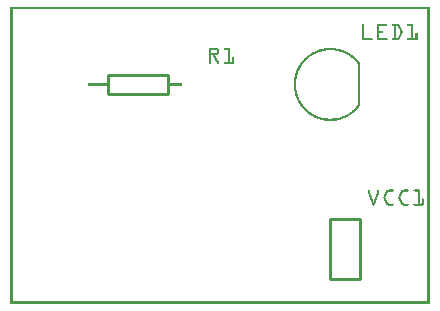
<source format=gto>
G04 MADE WITH FRITZING*
G04 WWW.FRITZING.ORG*
G04 DOUBLE SIDED*
G04 HOLES PLATED*
G04 CONTOUR ON CENTER OF CONTOUR VECTOR*
%ASAXBY*%
%FSLAX23Y23*%
%MOIN*%
%OFA0B0*%
%SFA1.0B1.0*%
%ADD10C,0.010000*%
%ADD11R,0.001000X0.001000*%
%LNSILK1*%
G90*
G70*
G54D10*
X325Y764D02*
X525Y764D01*
D02*
X525Y764D02*
X525Y698D01*
D02*
X525Y698D02*
X325Y698D01*
D02*
X325Y698D02*
X325Y764D01*
D02*
X1066Y281D02*
X1066Y81D01*
D02*
X1066Y81D02*
X1166Y81D01*
D02*
X1166Y81D02*
X1166Y281D01*
D02*
X1166Y281D02*
X1066Y281D01*
G54D11*
X1Y989D02*
X1398Y989D01*
X1Y988D02*
X1398Y988D01*
X1Y987D02*
X1398Y987D01*
X1Y986D02*
X1398Y986D01*
X1Y985D02*
X1398Y985D01*
X1Y984D02*
X1398Y984D01*
X1Y983D02*
X1398Y983D01*
X1Y982D02*
X1398Y982D01*
X1Y981D02*
X8Y981D01*
X1391Y981D02*
X1398Y981D01*
X1Y980D02*
X8Y980D01*
X1391Y980D02*
X1398Y980D01*
X1Y979D02*
X8Y979D01*
X1391Y979D02*
X1398Y979D01*
X1Y978D02*
X8Y978D01*
X1391Y978D02*
X1398Y978D01*
X1Y977D02*
X8Y977D01*
X1391Y977D02*
X1398Y977D01*
X1Y976D02*
X8Y976D01*
X1391Y976D02*
X1398Y976D01*
X1Y975D02*
X8Y975D01*
X1391Y975D02*
X1398Y975D01*
X1Y974D02*
X8Y974D01*
X1391Y974D02*
X1398Y974D01*
X1Y973D02*
X8Y973D01*
X1391Y973D02*
X1398Y973D01*
X1Y972D02*
X8Y972D01*
X1391Y972D02*
X1398Y972D01*
X1Y971D02*
X8Y971D01*
X1391Y971D02*
X1398Y971D01*
X1Y970D02*
X8Y970D01*
X1391Y970D02*
X1398Y970D01*
X1Y969D02*
X8Y969D01*
X1391Y969D02*
X1398Y969D01*
X1Y968D02*
X8Y968D01*
X1391Y968D02*
X1398Y968D01*
X1Y967D02*
X8Y967D01*
X1391Y967D02*
X1398Y967D01*
X1Y966D02*
X8Y966D01*
X1391Y966D02*
X1398Y966D01*
X1Y965D02*
X8Y965D01*
X1391Y965D02*
X1398Y965D01*
X1Y964D02*
X8Y964D01*
X1391Y964D02*
X1398Y964D01*
X1Y963D02*
X8Y963D01*
X1391Y963D02*
X1398Y963D01*
X1Y962D02*
X8Y962D01*
X1391Y962D02*
X1398Y962D01*
X1Y961D02*
X8Y961D01*
X1391Y961D02*
X1398Y961D01*
X1Y960D02*
X8Y960D01*
X1391Y960D02*
X1398Y960D01*
X1Y959D02*
X8Y959D01*
X1391Y959D02*
X1398Y959D01*
X1Y958D02*
X8Y958D01*
X1391Y958D02*
X1398Y958D01*
X1Y957D02*
X8Y957D01*
X1391Y957D02*
X1398Y957D01*
X1Y956D02*
X8Y956D01*
X1391Y956D02*
X1398Y956D01*
X1Y955D02*
X8Y955D01*
X1391Y955D02*
X1398Y955D01*
X1Y954D02*
X8Y954D01*
X1391Y954D02*
X1398Y954D01*
X1Y953D02*
X8Y953D01*
X1391Y953D02*
X1398Y953D01*
X1Y952D02*
X8Y952D01*
X1391Y952D02*
X1398Y952D01*
X1Y951D02*
X8Y951D01*
X1391Y951D02*
X1398Y951D01*
X1Y950D02*
X8Y950D01*
X1391Y950D02*
X1398Y950D01*
X1Y949D02*
X8Y949D01*
X1391Y949D02*
X1398Y949D01*
X1Y948D02*
X8Y948D01*
X1391Y948D02*
X1398Y948D01*
X1Y947D02*
X8Y947D01*
X1391Y947D02*
X1398Y947D01*
X1Y946D02*
X8Y946D01*
X1391Y946D02*
X1398Y946D01*
X1Y945D02*
X8Y945D01*
X1391Y945D02*
X1398Y945D01*
X1Y944D02*
X8Y944D01*
X1391Y944D02*
X1398Y944D01*
X1Y943D02*
X8Y943D01*
X1391Y943D02*
X1398Y943D01*
X1Y942D02*
X8Y942D01*
X1391Y942D02*
X1398Y942D01*
X1Y941D02*
X8Y941D01*
X1391Y941D02*
X1398Y941D01*
X1Y940D02*
X8Y940D01*
X1391Y940D02*
X1398Y940D01*
X1Y939D02*
X8Y939D01*
X1391Y939D02*
X1398Y939D01*
X1Y938D02*
X8Y938D01*
X1391Y938D02*
X1398Y938D01*
X1Y937D02*
X8Y937D01*
X1391Y937D02*
X1398Y937D01*
X1Y936D02*
X8Y936D01*
X1391Y936D02*
X1398Y936D01*
X1Y935D02*
X8Y935D01*
X1391Y935D02*
X1398Y935D01*
X1Y934D02*
X8Y934D01*
X1391Y934D02*
X1398Y934D01*
X1Y933D02*
X8Y933D01*
X1391Y933D02*
X1398Y933D01*
X1Y932D02*
X8Y932D01*
X1175Y932D02*
X1178Y932D01*
X1223Y932D02*
X1255Y932D01*
X1275Y932D02*
X1292Y932D01*
X1325Y932D02*
X1343Y932D01*
X1391Y932D02*
X1398Y932D01*
X1Y931D02*
X8Y931D01*
X1174Y931D02*
X1179Y931D01*
X1223Y931D02*
X1256Y931D01*
X1274Y931D02*
X1294Y931D01*
X1324Y931D02*
X1343Y931D01*
X1391Y931D02*
X1398Y931D01*
X1Y930D02*
X8Y930D01*
X1174Y930D02*
X1179Y930D01*
X1223Y930D02*
X1257Y930D01*
X1274Y930D02*
X1295Y930D01*
X1324Y930D02*
X1343Y930D01*
X1391Y930D02*
X1398Y930D01*
X1Y929D02*
X8Y929D01*
X1173Y929D02*
X1179Y929D01*
X1223Y929D02*
X1257Y929D01*
X1273Y929D02*
X1297Y929D01*
X1323Y929D02*
X1343Y929D01*
X1391Y929D02*
X1398Y929D01*
X1Y928D02*
X8Y928D01*
X1173Y928D02*
X1179Y928D01*
X1223Y928D02*
X1257Y928D01*
X1274Y928D02*
X1297Y928D01*
X1324Y928D02*
X1343Y928D01*
X1391Y928D02*
X1398Y928D01*
X1Y927D02*
X8Y927D01*
X1173Y927D02*
X1179Y927D01*
X1223Y927D02*
X1256Y927D01*
X1274Y927D02*
X1298Y927D01*
X1324Y927D02*
X1343Y927D01*
X1391Y927D02*
X1398Y927D01*
X1Y926D02*
X8Y926D01*
X1173Y926D02*
X1179Y926D01*
X1223Y926D02*
X1255Y926D01*
X1275Y926D02*
X1299Y926D01*
X1325Y926D02*
X1343Y926D01*
X1391Y926D02*
X1398Y926D01*
X1Y925D02*
X8Y925D01*
X1173Y925D02*
X1179Y925D01*
X1223Y925D02*
X1229Y925D01*
X1280Y925D02*
X1286Y925D01*
X1292Y925D02*
X1299Y925D01*
X1337Y925D02*
X1343Y925D01*
X1391Y925D02*
X1398Y925D01*
X1Y924D02*
X8Y924D01*
X1173Y924D02*
X1179Y924D01*
X1223Y924D02*
X1229Y924D01*
X1280Y924D02*
X1286Y924D01*
X1293Y924D02*
X1300Y924D01*
X1337Y924D02*
X1343Y924D01*
X1391Y924D02*
X1398Y924D01*
X1Y923D02*
X8Y923D01*
X1173Y923D02*
X1179Y923D01*
X1223Y923D02*
X1229Y923D01*
X1280Y923D02*
X1286Y923D01*
X1293Y923D02*
X1300Y923D01*
X1337Y923D02*
X1343Y923D01*
X1391Y923D02*
X1398Y923D01*
X1Y922D02*
X8Y922D01*
X1173Y922D02*
X1179Y922D01*
X1223Y922D02*
X1229Y922D01*
X1280Y922D02*
X1286Y922D01*
X1294Y922D02*
X1301Y922D01*
X1337Y922D02*
X1343Y922D01*
X1391Y922D02*
X1398Y922D01*
X1Y921D02*
X8Y921D01*
X1173Y921D02*
X1179Y921D01*
X1223Y921D02*
X1229Y921D01*
X1280Y921D02*
X1286Y921D01*
X1294Y921D02*
X1301Y921D01*
X1337Y921D02*
X1343Y921D01*
X1391Y921D02*
X1398Y921D01*
X1Y920D02*
X8Y920D01*
X1173Y920D02*
X1179Y920D01*
X1223Y920D02*
X1229Y920D01*
X1280Y920D02*
X1286Y920D01*
X1295Y920D02*
X1302Y920D01*
X1337Y920D02*
X1343Y920D01*
X1391Y920D02*
X1398Y920D01*
X1Y919D02*
X8Y919D01*
X1173Y919D02*
X1179Y919D01*
X1223Y919D02*
X1229Y919D01*
X1280Y919D02*
X1286Y919D01*
X1295Y919D02*
X1302Y919D01*
X1337Y919D02*
X1343Y919D01*
X1391Y919D02*
X1398Y919D01*
X1Y918D02*
X8Y918D01*
X1173Y918D02*
X1179Y918D01*
X1223Y918D02*
X1229Y918D01*
X1280Y918D02*
X1286Y918D01*
X1296Y918D02*
X1303Y918D01*
X1337Y918D02*
X1343Y918D01*
X1391Y918D02*
X1398Y918D01*
X1Y917D02*
X8Y917D01*
X1173Y917D02*
X1179Y917D01*
X1223Y917D02*
X1229Y917D01*
X1280Y917D02*
X1286Y917D01*
X1296Y917D02*
X1303Y917D01*
X1337Y917D02*
X1343Y917D01*
X1391Y917D02*
X1398Y917D01*
X1Y916D02*
X8Y916D01*
X1173Y916D02*
X1179Y916D01*
X1223Y916D02*
X1229Y916D01*
X1280Y916D02*
X1286Y916D01*
X1297Y916D02*
X1304Y916D01*
X1337Y916D02*
X1343Y916D01*
X1391Y916D02*
X1398Y916D01*
X1Y915D02*
X8Y915D01*
X1173Y915D02*
X1179Y915D01*
X1223Y915D02*
X1229Y915D01*
X1280Y915D02*
X1286Y915D01*
X1297Y915D02*
X1304Y915D01*
X1337Y915D02*
X1343Y915D01*
X1391Y915D02*
X1398Y915D01*
X1Y914D02*
X8Y914D01*
X1173Y914D02*
X1179Y914D01*
X1223Y914D02*
X1229Y914D01*
X1280Y914D02*
X1286Y914D01*
X1298Y914D02*
X1305Y914D01*
X1337Y914D02*
X1343Y914D01*
X1391Y914D02*
X1398Y914D01*
X1Y913D02*
X8Y913D01*
X1173Y913D02*
X1179Y913D01*
X1223Y913D02*
X1229Y913D01*
X1280Y913D02*
X1286Y913D01*
X1298Y913D02*
X1305Y913D01*
X1337Y913D02*
X1343Y913D01*
X1391Y913D02*
X1398Y913D01*
X1Y912D02*
X8Y912D01*
X1173Y912D02*
X1179Y912D01*
X1223Y912D02*
X1229Y912D01*
X1280Y912D02*
X1286Y912D01*
X1299Y912D02*
X1306Y912D01*
X1337Y912D02*
X1343Y912D01*
X1391Y912D02*
X1398Y912D01*
X1Y911D02*
X8Y911D01*
X1173Y911D02*
X1179Y911D01*
X1223Y911D02*
X1229Y911D01*
X1280Y911D02*
X1286Y911D01*
X1299Y911D02*
X1306Y911D01*
X1337Y911D02*
X1343Y911D01*
X1391Y911D02*
X1398Y911D01*
X1Y910D02*
X8Y910D01*
X1173Y910D02*
X1179Y910D01*
X1223Y910D02*
X1229Y910D01*
X1280Y910D02*
X1286Y910D01*
X1300Y910D02*
X1306Y910D01*
X1337Y910D02*
X1343Y910D01*
X1391Y910D02*
X1398Y910D01*
X1Y909D02*
X8Y909D01*
X1173Y909D02*
X1179Y909D01*
X1223Y909D02*
X1240Y909D01*
X1280Y909D02*
X1286Y909D01*
X1300Y909D02*
X1307Y909D01*
X1337Y909D02*
X1343Y909D01*
X1391Y909D02*
X1398Y909D01*
X1Y908D02*
X8Y908D01*
X1173Y908D02*
X1179Y908D01*
X1223Y908D02*
X1242Y908D01*
X1280Y908D02*
X1286Y908D01*
X1301Y908D02*
X1307Y908D01*
X1337Y908D02*
X1343Y908D01*
X1391Y908D02*
X1398Y908D01*
X1Y907D02*
X8Y907D01*
X1173Y907D02*
X1179Y907D01*
X1223Y907D02*
X1243Y907D01*
X1280Y907D02*
X1286Y907D01*
X1301Y907D02*
X1307Y907D01*
X1337Y907D02*
X1343Y907D01*
X1391Y907D02*
X1398Y907D01*
X1Y906D02*
X8Y906D01*
X1173Y906D02*
X1179Y906D01*
X1223Y906D02*
X1243Y906D01*
X1280Y906D02*
X1286Y906D01*
X1301Y906D02*
X1307Y906D01*
X1337Y906D02*
X1343Y906D01*
X1391Y906D02*
X1398Y906D01*
X1Y905D02*
X8Y905D01*
X1173Y905D02*
X1179Y905D01*
X1223Y905D02*
X1243Y905D01*
X1280Y905D02*
X1286Y905D01*
X1301Y905D02*
X1307Y905D01*
X1337Y905D02*
X1343Y905D01*
X1391Y905D02*
X1398Y905D01*
X1Y904D02*
X8Y904D01*
X1173Y904D02*
X1179Y904D01*
X1223Y904D02*
X1243Y904D01*
X1280Y904D02*
X1286Y904D01*
X1301Y904D02*
X1307Y904D01*
X1337Y904D02*
X1343Y904D01*
X1391Y904D02*
X1398Y904D01*
X1Y903D02*
X8Y903D01*
X1173Y903D02*
X1179Y903D01*
X1223Y903D02*
X1242Y903D01*
X1280Y903D02*
X1286Y903D01*
X1301Y903D02*
X1307Y903D01*
X1337Y903D02*
X1343Y903D01*
X1354Y903D02*
X1354Y903D01*
X1391Y903D02*
X1398Y903D01*
X1Y902D02*
X8Y902D01*
X1173Y902D02*
X1179Y902D01*
X1223Y902D02*
X1230Y902D01*
X1280Y902D02*
X1286Y902D01*
X1300Y902D02*
X1307Y902D01*
X1337Y902D02*
X1343Y902D01*
X1352Y902D02*
X1356Y902D01*
X1391Y902D02*
X1398Y902D01*
X1Y901D02*
X8Y901D01*
X1173Y901D02*
X1179Y901D01*
X1223Y901D02*
X1229Y901D01*
X1280Y901D02*
X1286Y901D01*
X1300Y901D02*
X1306Y901D01*
X1337Y901D02*
X1343Y901D01*
X1351Y901D02*
X1357Y901D01*
X1391Y901D02*
X1398Y901D01*
X1Y900D02*
X8Y900D01*
X1173Y900D02*
X1179Y900D01*
X1223Y900D02*
X1229Y900D01*
X1280Y900D02*
X1286Y900D01*
X1299Y900D02*
X1306Y900D01*
X1337Y900D02*
X1343Y900D01*
X1351Y900D02*
X1357Y900D01*
X1391Y900D02*
X1398Y900D01*
X1Y899D02*
X8Y899D01*
X1173Y899D02*
X1179Y899D01*
X1223Y899D02*
X1229Y899D01*
X1280Y899D02*
X1286Y899D01*
X1299Y899D02*
X1306Y899D01*
X1337Y899D02*
X1343Y899D01*
X1351Y899D02*
X1357Y899D01*
X1391Y899D02*
X1398Y899D01*
X1Y898D02*
X8Y898D01*
X1173Y898D02*
X1179Y898D01*
X1223Y898D02*
X1229Y898D01*
X1280Y898D02*
X1286Y898D01*
X1298Y898D02*
X1305Y898D01*
X1337Y898D02*
X1343Y898D01*
X1351Y898D02*
X1357Y898D01*
X1391Y898D02*
X1398Y898D01*
X1Y897D02*
X8Y897D01*
X1173Y897D02*
X1179Y897D01*
X1223Y897D02*
X1229Y897D01*
X1280Y897D02*
X1286Y897D01*
X1298Y897D02*
X1305Y897D01*
X1337Y897D02*
X1343Y897D01*
X1351Y897D02*
X1357Y897D01*
X1391Y897D02*
X1398Y897D01*
X1Y896D02*
X8Y896D01*
X1173Y896D02*
X1179Y896D01*
X1223Y896D02*
X1229Y896D01*
X1280Y896D02*
X1286Y896D01*
X1297Y896D02*
X1304Y896D01*
X1337Y896D02*
X1343Y896D01*
X1351Y896D02*
X1357Y896D01*
X1391Y896D02*
X1398Y896D01*
X1Y895D02*
X8Y895D01*
X1173Y895D02*
X1179Y895D01*
X1223Y895D02*
X1229Y895D01*
X1280Y895D02*
X1286Y895D01*
X1297Y895D02*
X1304Y895D01*
X1337Y895D02*
X1343Y895D01*
X1351Y895D02*
X1357Y895D01*
X1391Y895D02*
X1398Y895D01*
X1Y894D02*
X8Y894D01*
X1173Y894D02*
X1179Y894D01*
X1223Y894D02*
X1229Y894D01*
X1280Y894D02*
X1286Y894D01*
X1296Y894D02*
X1303Y894D01*
X1337Y894D02*
X1343Y894D01*
X1351Y894D02*
X1357Y894D01*
X1391Y894D02*
X1398Y894D01*
X1Y893D02*
X8Y893D01*
X1173Y893D02*
X1179Y893D01*
X1223Y893D02*
X1229Y893D01*
X1280Y893D02*
X1286Y893D01*
X1296Y893D02*
X1303Y893D01*
X1337Y893D02*
X1343Y893D01*
X1351Y893D02*
X1357Y893D01*
X1391Y893D02*
X1398Y893D01*
X1Y892D02*
X8Y892D01*
X1173Y892D02*
X1179Y892D01*
X1223Y892D02*
X1229Y892D01*
X1280Y892D02*
X1286Y892D01*
X1295Y892D02*
X1302Y892D01*
X1337Y892D02*
X1343Y892D01*
X1351Y892D02*
X1357Y892D01*
X1391Y892D02*
X1398Y892D01*
X1Y891D02*
X8Y891D01*
X1173Y891D02*
X1179Y891D01*
X1223Y891D02*
X1229Y891D01*
X1280Y891D02*
X1286Y891D01*
X1295Y891D02*
X1302Y891D01*
X1337Y891D02*
X1343Y891D01*
X1351Y891D02*
X1357Y891D01*
X1391Y891D02*
X1398Y891D01*
X1Y890D02*
X8Y890D01*
X1173Y890D02*
X1179Y890D01*
X1223Y890D02*
X1229Y890D01*
X1280Y890D02*
X1286Y890D01*
X1294Y890D02*
X1301Y890D01*
X1337Y890D02*
X1343Y890D01*
X1351Y890D02*
X1357Y890D01*
X1391Y890D02*
X1398Y890D01*
X1Y889D02*
X8Y889D01*
X1173Y889D02*
X1179Y889D01*
X1223Y889D02*
X1229Y889D01*
X1280Y889D02*
X1286Y889D01*
X1294Y889D02*
X1301Y889D01*
X1337Y889D02*
X1343Y889D01*
X1351Y889D02*
X1357Y889D01*
X1391Y889D02*
X1398Y889D01*
X1Y888D02*
X8Y888D01*
X1173Y888D02*
X1179Y888D01*
X1223Y888D02*
X1229Y888D01*
X1280Y888D02*
X1286Y888D01*
X1293Y888D02*
X1300Y888D01*
X1337Y888D02*
X1343Y888D01*
X1351Y888D02*
X1357Y888D01*
X1391Y888D02*
X1398Y888D01*
X1Y887D02*
X8Y887D01*
X1173Y887D02*
X1179Y887D01*
X1223Y887D02*
X1229Y887D01*
X1280Y887D02*
X1286Y887D01*
X1293Y887D02*
X1300Y887D01*
X1337Y887D02*
X1343Y887D01*
X1351Y887D02*
X1357Y887D01*
X1391Y887D02*
X1398Y887D01*
X1Y886D02*
X8Y886D01*
X1173Y886D02*
X1179Y886D01*
X1223Y886D02*
X1229Y886D01*
X1280Y886D02*
X1286Y886D01*
X1292Y886D02*
X1299Y886D01*
X1337Y886D02*
X1343Y886D01*
X1351Y886D02*
X1357Y886D01*
X1391Y886D02*
X1398Y886D01*
X1Y885D02*
X8Y885D01*
X1173Y885D02*
X1205Y885D01*
X1223Y885D02*
X1255Y885D01*
X1275Y885D02*
X1299Y885D01*
X1325Y885D02*
X1357Y885D01*
X1391Y885D02*
X1398Y885D01*
X1Y884D02*
X8Y884D01*
X1173Y884D02*
X1206Y884D01*
X1223Y884D02*
X1256Y884D01*
X1274Y884D02*
X1298Y884D01*
X1324Y884D02*
X1357Y884D01*
X1391Y884D02*
X1398Y884D01*
X1Y883D02*
X8Y883D01*
X1173Y883D02*
X1207Y883D01*
X1223Y883D02*
X1257Y883D01*
X1274Y883D02*
X1297Y883D01*
X1324Y883D02*
X1357Y883D01*
X1391Y883D02*
X1398Y883D01*
X1Y882D02*
X8Y882D01*
X1173Y882D02*
X1207Y882D01*
X1223Y882D02*
X1257Y882D01*
X1273Y882D02*
X1297Y882D01*
X1323Y882D02*
X1357Y882D01*
X1391Y882D02*
X1398Y882D01*
X1Y881D02*
X8Y881D01*
X1173Y881D02*
X1207Y881D01*
X1223Y881D02*
X1257Y881D01*
X1274Y881D02*
X1296Y881D01*
X1324Y881D02*
X1357Y881D01*
X1391Y881D02*
X1398Y881D01*
X1Y880D02*
X8Y880D01*
X1173Y880D02*
X1206Y880D01*
X1223Y880D02*
X1256Y880D01*
X1274Y880D02*
X1294Y880D01*
X1324Y880D02*
X1356Y880D01*
X1391Y880D02*
X1398Y880D01*
X1Y879D02*
X8Y879D01*
X1173Y879D02*
X1205Y879D01*
X1223Y879D02*
X1255Y879D01*
X1275Y879D02*
X1292Y879D01*
X1325Y879D02*
X1355Y879D01*
X1391Y879D02*
X1398Y879D01*
X1Y878D02*
X8Y878D01*
X1391Y878D02*
X1398Y878D01*
X1Y877D02*
X8Y877D01*
X1391Y877D02*
X1398Y877D01*
X1Y876D02*
X8Y876D01*
X1391Y876D02*
X1398Y876D01*
X1Y875D02*
X8Y875D01*
X1391Y875D02*
X1398Y875D01*
X1Y874D02*
X8Y874D01*
X1391Y874D02*
X1398Y874D01*
X1Y873D02*
X8Y873D01*
X1391Y873D02*
X1398Y873D01*
X1Y872D02*
X8Y872D01*
X1391Y872D02*
X1398Y872D01*
X1Y871D02*
X8Y871D01*
X1391Y871D02*
X1398Y871D01*
X1Y870D02*
X8Y870D01*
X1391Y870D02*
X1398Y870D01*
X1Y869D02*
X8Y869D01*
X1391Y869D02*
X1398Y869D01*
X1Y868D02*
X8Y868D01*
X1391Y868D02*
X1398Y868D01*
X1Y867D02*
X8Y867D01*
X1391Y867D02*
X1398Y867D01*
X1Y866D02*
X8Y866D01*
X1391Y866D02*
X1398Y866D01*
X1Y865D02*
X8Y865D01*
X1391Y865D02*
X1398Y865D01*
X1Y864D02*
X8Y864D01*
X1391Y864D02*
X1398Y864D01*
X1Y863D02*
X8Y863D01*
X1391Y863D02*
X1398Y863D01*
X1Y862D02*
X8Y862D01*
X1391Y862D02*
X1398Y862D01*
X1Y861D02*
X8Y861D01*
X1391Y861D02*
X1398Y861D01*
X1Y860D02*
X8Y860D01*
X1391Y860D02*
X1398Y860D01*
X1Y859D02*
X8Y859D01*
X1391Y859D02*
X1398Y859D01*
X1Y858D02*
X8Y858D01*
X1391Y858D02*
X1398Y858D01*
X1Y857D02*
X8Y857D01*
X1391Y857D02*
X1398Y857D01*
X1Y856D02*
X8Y856D01*
X1391Y856D02*
X1398Y856D01*
X1Y855D02*
X8Y855D01*
X1391Y855D02*
X1398Y855D01*
X1Y854D02*
X8Y854D01*
X1391Y854D02*
X1398Y854D01*
X1Y853D02*
X8Y853D01*
X662Y853D02*
X688Y853D01*
X713Y853D02*
X732Y853D01*
X1391Y853D02*
X1398Y853D01*
X1Y852D02*
X8Y852D01*
X662Y852D02*
X690Y852D01*
X712Y852D02*
X732Y852D01*
X1054Y852D02*
X1079Y852D01*
X1391Y852D02*
X1398Y852D01*
X1Y851D02*
X8Y851D01*
X662Y851D02*
X692Y851D01*
X712Y851D02*
X732Y851D01*
X1047Y851D02*
X1086Y851D01*
X1391Y851D02*
X1398Y851D01*
X1Y850D02*
X8Y850D01*
X662Y850D02*
X693Y850D01*
X712Y850D02*
X732Y850D01*
X1041Y850D02*
X1092Y850D01*
X1391Y850D02*
X1398Y850D01*
X1Y849D02*
X8Y849D01*
X662Y849D02*
X693Y849D01*
X712Y849D02*
X732Y849D01*
X1037Y849D02*
X1096Y849D01*
X1391Y849D02*
X1398Y849D01*
X1Y848D02*
X8Y848D01*
X662Y848D02*
X694Y848D01*
X713Y848D02*
X732Y848D01*
X1033Y848D02*
X1100Y848D01*
X1391Y848D02*
X1398Y848D01*
X1Y847D02*
X8Y847D01*
X662Y847D02*
X695Y847D01*
X714Y847D02*
X732Y847D01*
X1030Y847D02*
X1103Y847D01*
X1391Y847D02*
X1398Y847D01*
X1Y846D02*
X8Y846D01*
X662Y846D02*
X668Y846D01*
X688Y846D02*
X695Y846D01*
X726Y846D02*
X732Y846D01*
X1027Y846D02*
X1106Y846D01*
X1391Y846D02*
X1398Y846D01*
X1Y845D02*
X8Y845D01*
X662Y845D02*
X668Y845D01*
X689Y845D02*
X695Y845D01*
X726Y845D02*
X732Y845D01*
X1024Y845D02*
X1109Y845D01*
X1391Y845D02*
X1398Y845D01*
X1Y844D02*
X8Y844D01*
X662Y844D02*
X668Y844D01*
X689Y844D02*
X695Y844D01*
X726Y844D02*
X732Y844D01*
X1022Y844D02*
X1052Y844D01*
X1082Y844D02*
X1111Y844D01*
X1391Y844D02*
X1398Y844D01*
X1Y843D02*
X8Y843D01*
X662Y843D02*
X668Y843D01*
X689Y843D02*
X695Y843D01*
X726Y843D02*
X732Y843D01*
X1019Y843D02*
X1045Y843D01*
X1088Y843D02*
X1114Y843D01*
X1391Y843D02*
X1398Y843D01*
X1Y842D02*
X8Y842D01*
X662Y842D02*
X668Y842D01*
X689Y842D02*
X695Y842D01*
X726Y842D02*
X732Y842D01*
X1017Y842D02*
X1041Y842D01*
X1093Y842D02*
X1116Y842D01*
X1391Y842D02*
X1398Y842D01*
X1Y841D02*
X8Y841D01*
X662Y841D02*
X668Y841D01*
X689Y841D02*
X695Y841D01*
X726Y841D02*
X732Y841D01*
X1015Y841D02*
X1037Y841D01*
X1097Y841D02*
X1118Y841D01*
X1391Y841D02*
X1398Y841D01*
X1Y840D02*
X8Y840D01*
X662Y840D02*
X668Y840D01*
X689Y840D02*
X695Y840D01*
X726Y840D02*
X732Y840D01*
X1013Y840D02*
X1033Y840D01*
X1101Y840D02*
X1120Y840D01*
X1391Y840D02*
X1398Y840D01*
X1Y839D02*
X8Y839D01*
X662Y839D02*
X668Y839D01*
X689Y839D02*
X695Y839D01*
X726Y839D02*
X732Y839D01*
X1011Y839D02*
X1030Y839D01*
X1104Y839D02*
X1122Y839D01*
X1391Y839D02*
X1398Y839D01*
X1Y838D02*
X8Y838D01*
X662Y838D02*
X668Y838D01*
X689Y838D02*
X695Y838D01*
X726Y838D02*
X732Y838D01*
X1009Y838D02*
X1027Y838D01*
X1107Y838D02*
X1124Y838D01*
X1391Y838D02*
X1398Y838D01*
X1Y837D02*
X8Y837D01*
X662Y837D02*
X668Y837D01*
X688Y837D02*
X695Y837D01*
X726Y837D02*
X732Y837D01*
X1007Y837D02*
X1024Y837D01*
X1109Y837D02*
X1126Y837D01*
X1391Y837D02*
X1398Y837D01*
X1Y836D02*
X8Y836D01*
X662Y836D02*
X668Y836D01*
X686Y836D02*
X695Y836D01*
X726Y836D02*
X732Y836D01*
X1005Y836D02*
X1022Y836D01*
X1112Y836D02*
X1128Y836D01*
X1391Y836D02*
X1398Y836D01*
X1Y835D02*
X8Y835D01*
X662Y835D02*
X694Y835D01*
X726Y835D02*
X732Y835D01*
X1004Y835D02*
X1019Y835D01*
X1114Y835D02*
X1130Y835D01*
X1391Y835D02*
X1398Y835D01*
X1Y834D02*
X8Y834D01*
X662Y834D02*
X694Y834D01*
X726Y834D02*
X732Y834D01*
X1002Y834D02*
X1017Y834D01*
X1116Y834D02*
X1131Y834D01*
X1391Y834D02*
X1398Y834D01*
X1Y833D02*
X8Y833D01*
X662Y833D02*
X693Y833D01*
X726Y833D02*
X732Y833D01*
X1001Y833D02*
X1015Y833D01*
X1118Y833D02*
X1133Y833D01*
X1391Y833D02*
X1398Y833D01*
X1Y832D02*
X8Y832D01*
X662Y832D02*
X692Y832D01*
X726Y832D02*
X732Y832D01*
X999Y832D02*
X1013Y832D01*
X1120Y832D02*
X1134Y832D01*
X1391Y832D02*
X1398Y832D01*
X1Y831D02*
X8Y831D01*
X662Y831D02*
X691Y831D01*
X726Y831D02*
X732Y831D01*
X998Y831D02*
X1011Y831D01*
X1122Y831D02*
X1136Y831D01*
X1391Y831D02*
X1398Y831D01*
X1Y830D02*
X8Y830D01*
X662Y830D02*
X689Y830D01*
X726Y830D02*
X732Y830D01*
X996Y830D02*
X1010Y830D01*
X1124Y830D02*
X1137Y830D01*
X1391Y830D02*
X1398Y830D01*
X1Y829D02*
X8Y829D01*
X662Y829D02*
X686Y829D01*
X726Y829D02*
X732Y829D01*
X995Y829D02*
X1008Y829D01*
X1125Y829D02*
X1139Y829D01*
X1391Y829D02*
X1398Y829D01*
X1Y828D02*
X8Y828D01*
X662Y828D02*
X668Y828D01*
X674Y828D02*
X681Y828D01*
X726Y828D02*
X732Y828D01*
X994Y828D02*
X1006Y828D01*
X1127Y828D02*
X1140Y828D01*
X1391Y828D02*
X1398Y828D01*
X1Y827D02*
X8Y827D01*
X662Y827D02*
X668Y827D01*
X675Y827D02*
X682Y827D01*
X726Y827D02*
X732Y827D01*
X992Y827D02*
X1005Y827D01*
X1129Y827D02*
X1141Y827D01*
X1391Y827D02*
X1398Y827D01*
X1Y826D02*
X8Y826D01*
X662Y826D02*
X668Y826D01*
X675Y826D02*
X683Y826D01*
X726Y826D02*
X732Y826D01*
X991Y826D02*
X1003Y826D01*
X1130Y826D02*
X1142Y826D01*
X1391Y826D02*
X1398Y826D01*
X1Y825D02*
X8Y825D01*
X662Y825D02*
X668Y825D01*
X676Y825D02*
X683Y825D01*
X726Y825D02*
X732Y825D01*
X990Y825D02*
X1002Y825D01*
X1132Y825D02*
X1144Y825D01*
X1391Y825D02*
X1398Y825D01*
X1Y824D02*
X8Y824D01*
X662Y824D02*
X668Y824D01*
X676Y824D02*
X684Y824D01*
X726Y824D02*
X732Y824D01*
X742Y824D02*
X743Y824D01*
X988Y824D02*
X1000Y824D01*
X1133Y824D02*
X1145Y824D01*
X1391Y824D02*
X1398Y824D01*
X1Y823D02*
X8Y823D01*
X662Y823D02*
X668Y823D01*
X677Y823D02*
X684Y823D01*
X726Y823D02*
X732Y823D01*
X740Y823D02*
X744Y823D01*
X987Y823D02*
X999Y823D01*
X1134Y823D02*
X1146Y823D01*
X1391Y823D02*
X1398Y823D01*
X1Y822D02*
X8Y822D01*
X662Y822D02*
X668Y822D01*
X678Y822D02*
X685Y822D01*
X726Y822D02*
X732Y822D01*
X740Y822D02*
X745Y822D01*
X986Y822D02*
X997Y822D01*
X1136Y822D02*
X1147Y822D01*
X1391Y822D02*
X1398Y822D01*
X1Y821D02*
X8Y821D01*
X662Y821D02*
X668Y821D01*
X678Y821D02*
X685Y821D01*
X726Y821D02*
X732Y821D01*
X739Y821D02*
X745Y821D01*
X985Y821D02*
X996Y821D01*
X1137Y821D02*
X1148Y821D01*
X1391Y821D02*
X1398Y821D01*
X1Y820D02*
X8Y820D01*
X662Y820D02*
X668Y820D01*
X679Y820D02*
X686Y820D01*
X726Y820D02*
X732Y820D01*
X739Y820D02*
X745Y820D01*
X984Y820D02*
X995Y820D01*
X1138Y820D02*
X1149Y820D01*
X1391Y820D02*
X1398Y820D01*
X1Y819D02*
X8Y819D01*
X662Y819D02*
X668Y819D01*
X679Y819D02*
X687Y819D01*
X726Y819D02*
X732Y819D01*
X739Y819D02*
X745Y819D01*
X983Y819D02*
X994Y819D01*
X1139Y819D02*
X1150Y819D01*
X1391Y819D02*
X1398Y819D01*
X1Y818D02*
X8Y818D01*
X662Y818D02*
X668Y818D01*
X680Y818D02*
X687Y818D01*
X726Y818D02*
X732Y818D01*
X739Y818D02*
X745Y818D01*
X982Y818D02*
X992Y818D01*
X1141Y818D02*
X1151Y818D01*
X1391Y818D02*
X1398Y818D01*
X1Y817D02*
X8Y817D01*
X662Y817D02*
X668Y817D01*
X681Y817D02*
X688Y817D01*
X726Y817D02*
X732Y817D01*
X739Y817D02*
X745Y817D01*
X981Y817D02*
X991Y817D01*
X1142Y817D02*
X1152Y817D01*
X1391Y817D02*
X1398Y817D01*
X1Y816D02*
X8Y816D01*
X662Y816D02*
X668Y816D01*
X681Y816D02*
X688Y816D01*
X726Y816D02*
X732Y816D01*
X739Y816D02*
X745Y816D01*
X980Y816D02*
X990Y816D01*
X1143Y816D02*
X1153Y816D01*
X1391Y816D02*
X1398Y816D01*
X1Y815D02*
X8Y815D01*
X662Y815D02*
X668Y815D01*
X682Y815D02*
X689Y815D01*
X726Y815D02*
X732Y815D01*
X739Y815D02*
X745Y815D01*
X979Y815D02*
X989Y815D01*
X1144Y815D02*
X1154Y815D01*
X1391Y815D02*
X1398Y815D01*
X1Y814D02*
X8Y814D01*
X662Y814D02*
X668Y814D01*
X682Y814D02*
X690Y814D01*
X726Y814D02*
X732Y814D01*
X739Y814D02*
X745Y814D01*
X978Y814D02*
X988Y814D01*
X1145Y814D02*
X1155Y814D01*
X1391Y814D02*
X1398Y814D01*
X1Y813D02*
X8Y813D01*
X662Y813D02*
X668Y813D01*
X683Y813D02*
X690Y813D01*
X726Y813D02*
X732Y813D01*
X739Y813D02*
X745Y813D01*
X977Y813D02*
X987Y813D01*
X1146Y813D02*
X1156Y813D01*
X1391Y813D02*
X1398Y813D01*
X1Y812D02*
X8Y812D01*
X662Y812D02*
X668Y812D01*
X683Y812D02*
X691Y812D01*
X726Y812D02*
X732Y812D01*
X739Y812D02*
X745Y812D01*
X976Y812D02*
X986Y812D01*
X1147Y812D02*
X1157Y812D01*
X1391Y812D02*
X1398Y812D01*
X1Y811D02*
X8Y811D01*
X662Y811D02*
X668Y811D01*
X684Y811D02*
X691Y811D01*
X726Y811D02*
X732Y811D01*
X739Y811D02*
X745Y811D01*
X975Y811D02*
X985Y811D01*
X1148Y811D02*
X1158Y811D01*
X1391Y811D02*
X1398Y811D01*
X1Y810D02*
X8Y810D01*
X662Y810D02*
X668Y810D01*
X685Y810D02*
X692Y810D01*
X726Y810D02*
X732Y810D01*
X739Y810D02*
X745Y810D01*
X974Y810D02*
X984Y810D01*
X1149Y810D02*
X1159Y810D01*
X1391Y810D02*
X1398Y810D01*
X1Y809D02*
X8Y809D01*
X662Y809D02*
X668Y809D01*
X685Y809D02*
X692Y809D01*
X726Y809D02*
X732Y809D01*
X739Y809D02*
X745Y809D01*
X974Y809D02*
X983Y809D01*
X1150Y809D02*
X1160Y809D01*
X1391Y809D02*
X1398Y809D01*
X1Y808D02*
X8Y808D01*
X662Y808D02*
X668Y808D01*
X686Y808D02*
X693Y808D01*
X726Y808D02*
X732Y808D01*
X739Y808D02*
X745Y808D01*
X973Y808D02*
X982Y808D01*
X1151Y808D02*
X1161Y808D01*
X1391Y808D02*
X1398Y808D01*
X1Y807D02*
X8Y807D01*
X662Y807D02*
X668Y807D01*
X686Y807D02*
X694Y807D01*
X726Y807D02*
X732Y807D01*
X739Y807D02*
X745Y807D01*
X972Y807D02*
X981Y807D01*
X1152Y807D02*
X1161Y807D01*
X1391Y807D02*
X1398Y807D01*
X1Y806D02*
X8Y806D01*
X662Y806D02*
X668Y806D01*
X687Y806D02*
X694Y806D01*
X714Y806D02*
X745Y806D01*
X971Y806D02*
X980Y806D01*
X1153Y806D02*
X1162Y806D01*
X1391Y806D02*
X1398Y806D01*
X1Y805D02*
X8Y805D01*
X662Y805D02*
X668Y805D01*
X688Y805D02*
X695Y805D01*
X713Y805D02*
X745Y805D01*
X970Y805D02*
X979Y805D01*
X1154Y805D02*
X1163Y805D01*
X1391Y805D02*
X1398Y805D01*
X1Y804D02*
X8Y804D01*
X662Y804D02*
X668Y804D01*
X688Y804D02*
X695Y804D01*
X712Y804D02*
X745Y804D01*
X970Y804D02*
X979Y804D01*
X1155Y804D02*
X1164Y804D01*
X1391Y804D02*
X1398Y804D01*
X1Y803D02*
X8Y803D01*
X662Y803D02*
X668Y803D01*
X689Y803D02*
X695Y803D01*
X712Y803D02*
X745Y803D01*
X969Y803D02*
X978Y803D01*
X1155Y803D02*
X1164Y803D01*
X1391Y803D02*
X1398Y803D01*
X1Y802D02*
X8Y802D01*
X662Y802D02*
X668Y802D01*
X689Y802D02*
X695Y802D01*
X712Y802D02*
X745Y802D01*
X968Y802D02*
X977Y802D01*
X1156Y802D02*
X1165Y802D01*
X1391Y802D02*
X1398Y802D01*
X1Y801D02*
X8Y801D01*
X663Y801D02*
X667Y801D01*
X690Y801D02*
X695Y801D01*
X712Y801D02*
X745Y801D01*
X967Y801D02*
X976Y801D01*
X1157Y801D02*
X1165Y801D01*
X1391Y801D02*
X1398Y801D01*
X1Y800D02*
X8Y800D01*
X664Y800D02*
X666Y800D01*
X691Y800D02*
X694Y800D01*
X714Y800D02*
X744Y800D01*
X967Y800D02*
X975Y800D01*
X1158Y800D02*
X1165Y800D01*
X1391Y800D02*
X1398Y800D01*
X1Y799D02*
X8Y799D01*
X966Y799D02*
X975Y799D01*
X1158Y799D02*
X1165Y799D01*
X1391Y799D02*
X1398Y799D01*
X1Y798D02*
X8Y798D01*
X965Y798D02*
X974Y798D01*
X1158Y798D02*
X1165Y798D01*
X1391Y798D02*
X1398Y798D01*
X1Y797D02*
X8Y797D01*
X965Y797D02*
X973Y797D01*
X1158Y797D02*
X1165Y797D01*
X1391Y797D02*
X1398Y797D01*
X1Y796D02*
X8Y796D01*
X964Y796D02*
X972Y796D01*
X1158Y796D02*
X1165Y796D01*
X1391Y796D02*
X1398Y796D01*
X1Y795D02*
X8Y795D01*
X963Y795D02*
X972Y795D01*
X1158Y795D02*
X1165Y795D01*
X1391Y795D02*
X1398Y795D01*
X1Y794D02*
X8Y794D01*
X963Y794D02*
X971Y794D01*
X1158Y794D02*
X1165Y794D01*
X1391Y794D02*
X1398Y794D01*
X1Y793D02*
X8Y793D01*
X962Y793D02*
X970Y793D01*
X1158Y793D02*
X1165Y793D01*
X1391Y793D02*
X1398Y793D01*
X1Y792D02*
X8Y792D01*
X962Y792D02*
X970Y792D01*
X1158Y792D02*
X1165Y792D01*
X1391Y792D02*
X1398Y792D01*
X1Y791D02*
X8Y791D01*
X961Y791D02*
X969Y791D01*
X1158Y791D02*
X1165Y791D01*
X1391Y791D02*
X1398Y791D01*
X1Y790D02*
X8Y790D01*
X960Y790D02*
X969Y790D01*
X1158Y790D02*
X1165Y790D01*
X1391Y790D02*
X1398Y790D01*
X1Y789D02*
X8Y789D01*
X960Y789D02*
X968Y789D01*
X1158Y789D02*
X1165Y789D01*
X1391Y789D02*
X1398Y789D01*
X1Y788D02*
X8Y788D01*
X959Y788D02*
X967Y788D01*
X1158Y788D02*
X1165Y788D01*
X1391Y788D02*
X1398Y788D01*
X1Y787D02*
X8Y787D01*
X959Y787D02*
X967Y787D01*
X1158Y787D02*
X1165Y787D01*
X1391Y787D02*
X1398Y787D01*
X1Y786D02*
X8Y786D01*
X958Y786D02*
X966Y786D01*
X1158Y786D02*
X1165Y786D01*
X1391Y786D02*
X1398Y786D01*
X1Y785D02*
X8Y785D01*
X958Y785D02*
X966Y785D01*
X1158Y785D02*
X1165Y785D01*
X1391Y785D02*
X1398Y785D01*
X1Y784D02*
X8Y784D01*
X957Y784D02*
X965Y784D01*
X1158Y784D02*
X1165Y784D01*
X1391Y784D02*
X1398Y784D01*
X1Y783D02*
X8Y783D01*
X957Y783D02*
X965Y783D01*
X1158Y783D02*
X1165Y783D01*
X1391Y783D02*
X1398Y783D01*
X1Y782D02*
X8Y782D01*
X956Y782D02*
X964Y782D01*
X1158Y782D02*
X1165Y782D01*
X1391Y782D02*
X1398Y782D01*
X1Y781D02*
X8Y781D01*
X956Y781D02*
X964Y781D01*
X1158Y781D02*
X1165Y781D01*
X1391Y781D02*
X1398Y781D01*
X1Y780D02*
X8Y780D01*
X956Y780D02*
X963Y780D01*
X1158Y780D02*
X1165Y780D01*
X1391Y780D02*
X1398Y780D01*
X1Y779D02*
X8Y779D01*
X955Y779D02*
X963Y779D01*
X1158Y779D02*
X1165Y779D01*
X1391Y779D02*
X1398Y779D01*
X1Y778D02*
X8Y778D01*
X955Y778D02*
X962Y778D01*
X1158Y778D02*
X1165Y778D01*
X1391Y778D02*
X1398Y778D01*
X1Y777D02*
X8Y777D01*
X954Y777D02*
X962Y777D01*
X1158Y777D02*
X1165Y777D01*
X1391Y777D02*
X1398Y777D01*
X1Y776D02*
X8Y776D01*
X954Y776D02*
X961Y776D01*
X1158Y776D02*
X1165Y776D01*
X1391Y776D02*
X1398Y776D01*
X1Y775D02*
X8Y775D01*
X953Y775D02*
X961Y775D01*
X1158Y775D02*
X1165Y775D01*
X1391Y775D02*
X1398Y775D01*
X1Y774D02*
X8Y774D01*
X953Y774D02*
X960Y774D01*
X1158Y774D02*
X1165Y774D01*
X1391Y774D02*
X1398Y774D01*
X1Y773D02*
X8Y773D01*
X953Y773D02*
X960Y773D01*
X1158Y773D02*
X1165Y773D01*
X1391Y773D02*
X1398Y773D01*
X1Y772D02*
X8Y772D01*
X952Y772D02*
X960Y772D01*
X1158Y772D02*
X1165Y772D01*
X1391Y772D02*
X1398Y772D01*
X1Y771D02*
X8Y771D01*
X952Y771D02*
X959Y771D01*
X1158Y771D02*
X1165Y771D01*
X1391Y771D02*
X1398Y771D01*
X1Y770D02*
X8Y770D01*
X952Y770D02*
X959Y770D01*
X1158Y770D02*
X1165Y770D01*
X1391Y770D02*
X1398Y770D01*
X1Y769D02*
X8Y769D01*
X951Y769D02*
X959Y769D01*
X1158Y769D02*
X1165Y769D01*
X1391Y769D02*
X1398Y769D01*
X1Y768D02*
X8Y768D01*
X951Y768D02*
X958Y768D01*
X1158Y768D02*
X1165Y768D01*
X1391Y768D02*
X1398Y768D01*
X1Y767D02*
X8Y767D01*
X951Y767D02*
X958Y767D01*
X1158Y767D02*
X1165Y767D01*
X1391Y767D02*
X1398Y767D01*
X1Y766D02*
X8Y766D01*
X950Y766D02*
X958Y766D01*
X1158Y766D02*
X1165Y766D01*
X1391Y766D02*
X1398Y766D01*
X1Y765D02*
X8Y765D01*
X950Y765D02*
X957Y765D01*
X1158Y765D02*
X1165Y765D01*
X1391Y765D02*
X1398Y765D01*
X1Y764D02*
X8Y764D01*
X950Y764D02*
X957Y764D01*
X1158Y764D02*
X1165Y764D01*
X1391Y764D02*
X1398Y764D01*
X1Y763D02*
X8Y763D01*
X950Y763D02*
X957Y763D01*
X1158Y763D02*
X1165Y763D01*
X1391Y763D02*
X1398Y763D01*
X1Y762D02*
X8Y762D01*
X949Y762D02*
X956Y762D01*
X1158Y762D02*
X1165Y762D01*
X1391Y762D02*
X1398Y762D01*
X1Y761D02*
X8Y761D01*
X949Y761D02*
X956Y761D01*
X1158Y761D02*
X1165Y761D01*
X1391Y761D02*
X1398Y761D01*
X1Y760D02*
X8Y760D01*
X949Y760D02*
X956Y760D01*
X1158Y760D02*
X1165Y760D01*
X1391Y760D02*
X1398Y760D01*
X1Y759D02*
X8Y759D01*
X949Y759D02*
X955Y759D01*
X1158Y759D02*
X1165Y759D01*
X1391Y759D02*
X1398Y759D01*
X1Y758D02*
X8Y758D01*
X948Y758D02*
X955Y758D01*
X1158Y758D02*
X1165Y758D01*
X1391Y758D02*
X1398Y758D01*
X1Y757D02*
X8Y757D01*
X948Y757D02*
X955Y757D01*
X1158Y757D02*
X1165Y757D01*
X1391Y757D02*
X1398Y757D01*
X1Y756D02*
X8Y756D01*
X948Y756D02*
X955Y756D01*
X1158Y756D02*
X1165Y756D01*
X1391Y756D02*
X1398Y756D01*
X1Y755D02*
X8Y755D01*
X948Y755D02*
X955Y755D01*
X1158Y755D02*
X1165Y755D01*
X1391Y755D02*
X1398Y755D01*
X1Y754D02*
X8Y754D01*
X947Y754D02*
X954Y754D01*
X1158Y754D02*
X1165Y754D01*
X1391Y754D02*
X1398Y754D01*
X1Y753D02*
X8Y753D01*
X947Y753D02*
X954Y753D01*
X1158Y753D02*
X1165Y753D01*
X1391Y753D02*
X1398Y753D01*
X1Y752D02*
X8Y752D01*
X947Y752D02*
X954Y752D01*
X1158Y752D02*
X1165Y752D01*
X1391Y752D02*
X1398Y752D01*
X1Y751D02*
X8Y751D01*
X947Y751D02*
X954Y751D01*
X1158Y751D02*
X1165Y751D01*
X1391Y751D02*
X1398Y751D01*
X1Y750D02*
X8Y750D01*
X947Y750D02*
X954Y750D01*
X1158Y750D02*
X1165Y750D01*
X1391Y750D02*
X1398Y750D01*
X1Y749D02*
X8Y749D01*
X947Y749D02*
X953Y749D01*
X1158Y749D02*
X1165Y749D01*
X1391Y749D02*
X1398Y749D01*
X1Y748D02*
X8Y748D01*
X946Y748D02*
X953Y748D01*
X1158Y748D02*
X1165Y748D01*
X1391Y748D02*
X1398Y748D01*
X1Y747D02*
X8Y747D01*
X946Y747D02*
X953Y747D01*
X1158Y747D02*
X1165Y747D01*
X1391Y747D02*
X1398Y747D01*
X1Y746D02*
X8Y746D01*
X946Y746D02*
X953Y746D01*
X1158Y746D02*
X1165Y746D01*
X1391Y746D02*
X1398Y746D01*
X1Y745D02*
X8Y745D01*
X946Y745D02*
X953Y745D01*
X1158Y745D02*
X1165Y745D01*
X1391Y745D02*
X1398Y745D01*
X1Y744D02*
X8Y744D01*
X946Y744D02*
X953Y744D01*
X1158Y744D02*
X1165Y744D01*
X1391Y744D02*
X1398Y744D01*
X1Y743D02*
X8Y743D01*
X946Y743D02*
X953Y743D01*
X1158Y743D02*
X1165Y743D01*
X1391Y743D02*
X1398Y743D01*
X1Y742D02*
X8Y742D01*
X946Y742D02*
X953Y742D01*
X1158Y742D02*
X1165Y742D01*
X1391Y742D02*
X1398Y742D01*
X1Y741D02*
X8Y741D01*
X946Y741D02*
X952Y741D01*
X1158Y741D02*
X1165Y741D01*
X1391Y741D02*
X1398Y741D01*
X1Y740D02*
X8Y740D01*
X946Y740D02*
X952Y740D01*
X1158Y740D02*
X1165Y740D01*
X1391Y740D02*
X1398Y740D01*
X1Y739D02*
X8Y739D01*
X945Y739D02*
X952Y739D01*
X1158Y739D02*
X1165Y739D01*
X1391Y739D02*
X1398Y739D01*
X1Y738D02*
X8Y738D01*
X945Y738D02*
X952Y738D01*
X1158Y738D02*
X1165Y738D01*
X1391Y738D02*
X1398Y738D01*
X1Y737D02*
X8Y737D01*
X945Y737D02*
X952Y737D01*
X1158Y737D02*
X1165Y737D01*
X1391Y737D02*
X1398Y737D01*
X1Y736D02*
X8Y736D01*
X945Y736D02*
X952Y736D01*
X1158Y736D02*
X1165Y736D01*
X1391Y736D02*
X1398Y736D01*
X1Y735D02*
X8Y735D01*
X259Y735D02*
X325Y735D01*
X526Y735D02*
X573Y735D01*
X945Y735D02*
X952Y735D01*
X1158Y735D02*
X1165Y735D01*
X1391Y735D02*
X1398Y735D01*
X1Y734D02*
X8Y734D01*
X259Y734D02*
X325Y734D01*
X526Y734D02*
X573Y734D01*
X945Y734D02*
X952Y734D01*
X1158Y734D02*
X1165Y734D01*
X1391Y734D02*
X1398Y734D01*
X1Y733D02*
X8Y733D01*
X259Y733D02*
X325Y733D01*
X526Y733D02*
X573Y733D01*
X945Y733D02*
X952Y733D01*
X1158Y733D02*
X1165Y733D01*
X1391Y733D02*
X1398Y733D01*
X1Y732D02*
X8Y732D01*
X259Y732D02*
X325Y732D01*
X526Y732D02*
X573Y732D01*
X945Y732D02*
X952Y732D01*
X1158Y732D02*
X1165Y732D01*
X1391Y732D02*
X1398Y732D01*
X1Y731D02*
X8Y731D01*
X259Y731D02*
X325Y731D01*
X526Y731D02*
X573Y731D01*
X945Y731D02*
X952Y731D01*
X1158Y731D02*
X1165Y731D01*
X1391Y731D02*
X1398Y731D01*
X1Y730D02*
X8Y730D01*
X259Y730D02*
X325Y730D01*
X526Y730D02*
X573Y730D01*
X945Y730D02*
X952Y730D01*
X1158Y730D02*
X1165Y730D01*
X1391Y730D02*
X1398Y730D01*
X1Y729D02*
X8Y729D01*
X259Y729D02*
X325Y729D01*
X526Y729D02*
X573Y729D01*
X945Y729D02*
X952Y729D01*
X1158Y729D02*
X1165Y729D01*
X1391Y729D02*
X1398Y729D01*
X1Y728D02*
X8Y728D01*
X259Y728D02*
X325Y728D01*
X526Y728D02*
X573Y728D01*
X945Y728D02*
X952Y728D01*
X1158Y728D02*
X1165Y728D01*
X1391Y728D02*
X1398Y728D01*
X1Y727D02*
X8Y727D01*
X259Y727D02*
X325Y727D01*
X526Y727D02*
X573Y727D01*
X945Y727D02*
X952Y727D01*
X1158Y727D02*
X1165Y727D01*
X1391Y727D02*
X1398Y727D01*
X1Y726D02*
X8Y726D01*
X259Y726D02*
X325Y726D01*
X526Y726D02*
X573Y726D01*
X945Y726D02*
X952Y726D01*
X1158Y726D02*
X1165Y726D01*
X1391Y726D02*
X1398Y726D01*
X1Y725D02*
X8Y725D01*
X945Y725D02*
X952Y725D01*
X1158Y725D02*
X1165Y725D01*
X1391Y725D02*
X1398Y725D01*
X1Y724D02*
X8Y724D01*
X945Y724D02*
X952Y724D01*
X1158Y724D02*
X1165Y724D01*
X1391Y724D02*
X1398Y724D01*
X1Y723D02*
X8Y723D01*
X945Y723D02*
X952Y723D01*
X1158Y723D02*
X1165Y723D01*
X1391Y723D02*
X1398Y723D01*
X1Y722D02*
X8Y722D01*
X945Y722D02*
X952Y722D01*
X1158Y722D02*
X1165Y722D01*
X1391Y722D02*
X1398Y722D01*
X1Y721D02*
X8Y721D01*
X946Y721D02*
X952Y721D01*
X1158Y721D02*
X1165Y721D01*
X1391Y721D02*
X1398Y721D01*
X1Y720D02*
X8Y720D01*
X946Y720D02*
X953Y720D01*
X1158Y720D02*
X1165Y720D01*
X1391Y720D02*
X1398Y720D01*
X1Y719D02*
X8Y719D01*
X946Y719D02*
X953Y719D01*
X1158Y719D02*
X1165Y719D01*
X1391Y719D02*
X1398Y719D01*
X1Y718D02*
X8Y718D01*
X946Y718D02*
X953Y718D01*
X1158Y718D02*
X1165Y718D01*
X1391Y718D02*
X1398Y718D01*
X1Y717D02*
X8Y717D01*
X946Y717D02*
X953Y717D01*
X1158Y717D02*
X1165Y717D01*
X1391Y717D02*
X1398Y717D01*
X1Y716D02*
X8Y716D01*
X946Y716D02*
X953Y716D01*
X1158Y716D02*
X1165Y716D01*
X1391Y716D02*
X1398Y716D01*
X1Y715D02*
X8Y715D01*
X946Y715D02*
X953Y715D01*
X1158Y715D02*
X1165Y715D01*
X1391Y715D02*
X1398Y715D01*
X1Y714D02*
X8Y714D01*
X946Y714D02*
X953Y714D01*
X1158Y714D02*
X1165Y714D01*
X1391Y714D02*
X1398Y714D01*
X1Y713D02*
X8Y713D01*
X946Y713D02*
X953Y713D01*
X1158Y713D02*
X1165Y713D01*
X1391Y713D02*
X1398Y713D01*
X1Y712D02*
X8Y712D01*
X947Y712D02*
X954Y712D01*
X1158Y712D02*
X1165Y712D01*
X1391Y712D02*
X1398Y712D01*
X1Y711D02*
X8Y711D01*
X947Y711D02*
X954Y711D01*
X1158Y711D02*
X1165Y711D01*
X1391Y711D02*
X1398Y711D01*
X1Y710D02*
X8Y710D01*
X947Y710D02*
X954Y710D01*
X1158Y710D02*
X1165Y710D01*
X1391Y710D02*
X1398Y710D01*
X1Y709D02*
X8Y709D01*
X947Y709D02*
X954Y709D01*
X1158Y709D02*
X1165Y709D01*
X1391Y709D02*
X1398Y709D01*
X1Y708D02*
X8Y708D01*
X947Y708D02*
X954Y708D01*
X1158Y708D02*
X1165Y708D01*
X1391Y708D02*
X1398Y708D01*
X1Y707D02*
X8Y707D01*
X948Y707D02*
X955Y707D01*
X1158Y707D02*
X1165Y707D01*
X1391Y707D02*
X1398Y707D01*
X1Y706D02*
X8Y706D01*
X948Y706D02*
X955Y706D01*
X1158Y706D02*
X1165Y706D01*
X1391Y706D02*
X1398Y706D01*
X1Y705D02*
X8Y705D01*
X948Y705D02*
X955Y705D01*
X1158Y705D02*
X1165Y705D01*
X1391Y705D02*
X1398Y705D01*
X1Y704D02*
X8Y704D01*
X948Y704D02*
X955Y704D01*
X1158Y704D02*
X1165Y704D01*
X1391Y704D02*
X1398Y704D01*
X1Y703D02*
X8Y703D01*
X948Y703D02*
X955Y703D01*
X1158Y703D02*
X1165Y703D01*
X1391Y703D02*
X1398Y703D01*
X1Y702D02*
X8Y702D01*
X949Y702D02*
X956Y702D01*
X1158Y702D02*
X1165Y702D01*
X1391Y702D02*
X1398Y702D01*
X1Y701D02*
X8Y701D01*
X949Y701D02*
X956Y701D01*
X1158Y701D02*
X1165Y701D01*
X1391Y701D02*
X1398Y701D01*
X1Y700D02*
X8Y700D01*
X949Y700D02*
X956Y700D01*
X1158Y700D02*
X1165Y700D01*
X1391Y700D02*
X1398Y700D01*
X1Y699D02*
X8Y699D01*
X949Y699D02*
X957Y699D01*
X1158Y699D02*
X1165Y699D01*
X1391Y699D02*
X1398Y699D01*
X1Y698D02*
X8Y698D01*
X950Y698D02*
X957Y698D01*
X1158Y698D02*
X1165Y698D01*
X1391Y698D02*
X1398Y698D01*
X1Y697D02*
X8Y697D01*
X950Y697D02*
X957Y697D01*
X1158Y697D02*
X1165Y697D01*
X1391Y697D02*
X1398Y697D01*
X1Y696D02*
X8Y696D01*
X950Y696D02*
X957Y696D01*
X1158Y696D02*
X1165Y696D01*
X1391Y696D02*
X1398Y696D01*
X1Y695D02*
X8Y695D01*
X951Y695D02*
X958Y695D01*
X1158Y695D02*
X1165Y695D01*
X1391Y695D02*
X1398Y695D01*
X1Y694D02*
X8Y694D01*
X951Y694D02*
X958Y694D01*
X1158Y694D02*
X1165Y694D01*
X1391Y694D02*
X1398Y694D01*
X1Y693D02*
X8Y693D01*
X951Y693D02*
X958Y693D01*
X1158Y693D02*
X1165Y693D01*
X1391Y693D02*
X1398Y693D01*
X1Y692D02*
X8Y692D01*
X952Y692D02*
X959Y692D01*
X1158Y692D02*
X1165Y692D01*
X1391Y692D02*
X1398Y692D01*
X1Y691D02*
X8Y691D01*
X952Y691D02*
X959Y691D01*
X1158Y691D02*
X1165Y691D01*
X1391Y691D02*
X1398Y691D01*
X1Y690D02*
X8Y690D01*
X952Y690D02*
X960Y690D01*
X1158Y690D02*
X1165Y690D01*
X1391Y690D02*
X1398Y690D01*
X1Y689D02*
X8Y689D01*
X953Y689D02*
X960Y689D01*
X1158Y689D02*
X1165Y689D01*
X1391Y689D02*
X1398Y689D01*
X1Y688D02*
X8Y688D01*
X953Y688D02*
X960Y688D01*
X1158Y688D02*
X1165Y688D01*
X1391Y688D02*
X1398Y688D01*
X1Y687D02*
X8Y687D01*
X953Y687D02*
X961Y687D01*
X1158Y687D02*
X1165Y687D01*
X1391Y687D02*
X1398Y687D01*
X1Y686D02*
X8Y686D01*
X954Y686D02*
X961Y686D01*
X1158Y686D02*
X1165Y686D01*
X1391Y686D02*
X1398Y686D01*
X1Y685D02*
X8Y685D01*
X954Y685D02*
X962Y685D01*
X1158Y685D02*
X1165Y685D01*
X1391Y685D02*
X1398Y685D01*
X1Y684D02*
X8Y684D01*
X955Y684D02*
X962Y684D01*
X1158Y684D02*
X1165Y684D01*
X1391Y684D02*
X1398Y684D01*
X1Y683D02*
X8Y683D01*
X955Y683D02*
X962Y683D01*
X1158Y683D02*
X1165Y683D01*
X1391Y683D02*
X1398Y683D01*
X1Y682D02*
X8Y682D01*
X955Y682D02*
X963Y682D01*
X1158Y682D02*
X1165Y682D01*
X1391Y682D02*
X1398Y682D01*
X1Y681D02*
X8Y681D01*
X956Y681D02*
X963Y681D01*
X1158Y681D02*
X1165Y681D01*
X1391Y681D02*
X1398Y681D01*
X1Y680D02*
X8Y680D01*
X956Y680D02*
X964Y680D01*
X1158Y680D02*
X1165Y680D01*
X1391Y680D02*
X1398Y680D01*
X1Y679D02*
X8Y679D01*
X957Y679D02*
X964Y679D01*
X1158Y679D02*
X1165Y679D01*
X1391Y679D02*
X1398Y679D01*
X1Y678D02*
X8Y678D01*
X957Y678D02*
X965Y678D01*
X1158Y678D02*
X1165Y678D01*
X1391Y678D02*
X1398Y678D01*
X1Y677D02*
X8Y677D01*
X958Y677D02*
X965Y677D01*
X1158Y677D02*
X1165Y677D01*
X1391Y677D02*
X1398Y677D01*
X1Y676D02*
X8Y676D01*
X958Y676D02*
X966Y676D01*
X1158Y676D02*
X1165Y676D01*
X1391Y676D02*
X1398Y676D01*
X1Y675D02*
X8Y675D01*
X959Y675D02*
X967Y675D01*
X1158Y675D02*
X1165Y675D01*
X1391Y675D02*
X1398Y675D01*
X1Y674D02*
X8Y674D01*
X959Y674D02*
X967Y674D01*
X1158Y674D02*
X1165Y674D01*
X1391Y674D02*
X1398Y674D01*
X1Y673D02*
X8Y673D01*
X960Y673D02*
X968Y673D01*
X1158Y673D02*
X1165Y673D01*
X1391Y673D02*
X1398Y673D01*
X1Y672D02*
X8Y672D01*
X960Y672D02*
X968Y672D01*
X1158Y672D02*
X1165Y672D01*
X1391Y672D02*
X1398Y672D01*
X1Y671D02*
X8Y671D01*
X961Y671D02*
X969Y671D01*
X1158Y671D02*
X1165Y671D01*
X1391Y671D02*
X1398Y671D01*
X1Y670D02*
X8Y670D01*
X961Y670D02*
X970Y670D01*
X1158Y670D02*
X1165Y670D01*
X1391Y670D02*
X1398Y670D01*
X1Y669D02*
X8Y669D01*
X962Y669D02*
X970Y669D01*
X1158Y669D02*
X1165Y669D01*
X1391Y669D02*
X1398Y669D01*
X1Y668D02*
X8Y668D01*
X963Y668D02*
X971Y668D01*
X1158Y668D02*
X1165Y668D01*
X1391Y668D02*
X1398Y668D01*
X1Y667D02*
X8Y667D01*
X963Y667D02*
X971Y667D01*
X1158Y667D02*
X1165Y667D01*
X1391Y667D02*
X1398Y667D01*
X1Y666D02*
X8Y666D01*
X964Y666D02*
X972Y666D01*
X1158Y666D02*
X1165Y666D01*
X1391Y666D02*
X1398Y666D01*
X1Y665D02*
X8Y665D01*
X965Y665D02*
X973Y665D01*
X1158Y665D02*
X1165Y665D01*
X1391Y665D02*
X1398Y665D01*
X1Y664D02*
X8Y664D01*
X965Y664D02*
X974Y664D01*
X1158Y664D02*
X1165Y664D01*
X1391Y664D02*
X1398Y664D01*
X1Y663D02*
X8Y663D01*
X966Y663D02*
X974Y663D01*
X1158Y663D02*
X1165Y663D01*
X1391Y663D02*
X1398Y663D01*
X1Y662D02*
X8Y662D01*
X967Y662D02*
X975Y662D01*
X1158Y662D02*
X1165Y662D01*
X1391Y662D02*
X1398Y662D01*
X1Y661D02*
X8Y661D01*
X967Y661D02*
X976Y661D01*
X1157Y661D02*
X1165Y661D01*
X1391Y661D02*
X1398Y661D01*
X1Y660D02*
X8Y660D01*
X968Y660D02*
X977Y660D01*
X1157Y660D02*
X1165Y660D01*
X1391Y660D02*
X1398Y660D01*
X1Y659D02*
X8Y659D01*
X969Y659D02*
X977Y659D01*
X1156Y659D02*
X1164Y659D01*
X1391Y659D02*
X1398Y659D01*
X1Y658D02*
X8Y658D01*
X969Y658D02*
X978Y658D01*
X1155Y658D02*
X1164Y658D01*
X1391Y658D02*
X1398Y658D01*
X1Y657D02*
X8Y657D01*
X970Y657D02*
X979Y657D01*
X1154Y657D02*
X1163Y657D01*
X1391Y657D02*
X1398Y657D01*
X1Y656D02*
X8Y656D01*
X971Y656D02*
X980Y656D01*
X1153Y656D02*
X1162Y656D01*
X1391Y656D02*
X1398Y656D01*
X1Y655D02*
X8Y655D01*
X972Y655D02*
X981Y655D01*
X1152Y655D02*
X1162Y655D01*
X1391Y655D02*
X1398Y655D01*
X1Y654D02*
X8Y654D01*
X972Y654D02*
X982Y654D01*
X1152Y654D02*
X1161Y654D01*
X1391Y654D02*
X1398Y654D01*
X1Y653D02*
X8Y653D01*
X973Y653D02*
X983Y653D01*
X1151Y653D02*
X1160Y653D01*
X1391Y653D02*
X1398Y653D01*
X1Y652D02*
X8Y652D01*
X974Y652D02*
X984Y652D01*
X1150Y652D02*
X1159Y652D01*
X1391Y652D02*
X1398Y652D01*
X1Y651D02*
X8Y651D01*
X975Y651D02*
X985Y651D01*
X1149Y651D02*
X1158Y651D01*
X1391Y651D02*
X1398Y651D01*
X1Y650D02*
X8Y650D01*
X976Y650D02*
X986Y650D01*
X1148Y650D02*
X1157Y650D01*
X1391Y650D02*
X1398Y650D01*
X1Y649D02*
X8Y649D01*
X977Y649D02*
X987Y649D01*
X1147Y649D02*
X1157Y649D01*
X1391Y649D02*
X1398Y649D01*
X1Y648D02*
X8Y648D01*
X978Y648D02*
X988Y648D01*
X1146Y648D02*
X1156Y648D01*
X1391Y648D02*
X1398Y648D01*
X1Y647D02*
X8Y647D01*
X979Y647D02*
X989Y647D01*
X1145Y647D02*
X1155Y647D01*
X1391Y647D02*
X1398Y647D01*
X1Y646D02*
X8Y646D01*
X980Y646D02*
X990Y646D01*
X1144Y646D02*
X1154Y646D01*
X1391Y646D02*
X1398Y646D01*
X1Y645D02*
X8Y645D01*
X981Y645D02*
X991Y645D01*
X1142Y645D02*
X1153Y645D01*
X1391Y645D02*
X1398Y645D01*
X1Y644D02*
X8Y644D01*
X982Y644D02*
X992Y644D01*
X1141Y644D02*
X1152Y644D01*
X1391Y644D02*
X1398Y644D01*
X1Y643D02*
X8Y643D01*
X983Y643D02*
X993Y643D01*
X1140Y643D02*
X1151Y643D01*
X1391Y643D02*
X1398Y643D01*
X1Y642D02*
X8Y642D01*
X984Y642D02*
X995Y642D01*
X1139Y642D02*
X1150Y642D01*
X1391Y642D02*
X1398Y642D01*
X1Y641D02*
X8Y641D01*
X985Y641D02*
X996Y641D01*
X1138Y641D02*
X1149Y641D01*
X1391Y641D02*
X1398Y641D01*
X1Y640D02*
X8Y640D01*
X986Y640D02*
X997Y640D01*
X1136Y640D02*
X1148Y640D01*
X1391Y640D02*
X1398Y640D01*
X1Y639D02*
X8Y639D01*
X987Y639D02*
X999Y639D01*
X1135Y639D02*
X1146Y639D01*
X1391Y639D02*
X1398Y639D01*
X1Y638D02*
X8Y638D01*
X988Y638D02*
X1000Y638D01*
X1134Y638D02*
X1145Y638D01*
X1391Y638D02*
X1398Y638D01*
X1Y637D02*
X8Y637D01*
X989Y637D02*
X1001Y637D01*
X1132Y637D02*
X1144Y637D01*
X1391Y637D02*
X1398Y637D01*
X1Y636D02*
X8Y636D01*
X991Y636D02*
X1003Y636D01*
X1131Y636D02*
X1143Y636D01*
X1391Y636D02*
X1398Y636D01*
X1Y635D02*
X8Y635D01*
X992Y635D02*
X1004Y635D01*
X1129Y635D02*
X1142Y635D01*
X1391Y635D02*
X1398Y635D01*
X1Y634D02*
X8Y634D01*
X993Y634D02*
X1006Y634D01*
X1128Y634D02*
X1140Y634D01*
X1391Y634D02*
X1398Y634D01*
X1Y633D02*
X8Y633D01*
X994Y633D02*
X1007Y633D01*
X1126Y633D02*
X1139Y633D01*
X1391Y633D02*
X1398Y633D01*
X1Y632D02*
X8Y632D01*
X996Y632D02*
X1009Y632D01*
X1124Y632D02*
X1138Y632D01*
X1391Y632D02*
X1398Y632D01*
X1Y631D02*
X8Y631D01*
X997Y631D02*
X1011Y631D01*
X1123Y631D02*
X1136Y631D01*
X1391Y631D02*
X1398Y631D01*
X1Y630D02*
X8Y630D01*
X999Y630D02*
X1013Y630D01*
X1121Y630D02*
X1135Y630D01*
X1391Y630D02*
X1398Y630D01*
X1Y629D02*
X8Y629D01*
X1000Y629D02*
X1015Y629D01*
X1119Y629D02*
X1133Y629D01*
X1391Y629D02*
X1398Y629D01*
X1Y628D02*
X8Y628D01*
X1002Y628D02*
X1017Y628D01*
X1117Y628D02*
X1132Y628D01*
X1391Y628D02*
X1398Y628D01*
X1Y627D02*
X8Y627D01*
X1003Y627D02*
X1019Y627D01*
X1115Y627D02*
X1130Y627D01*
X1391Y627D02*
X1398Y627D01*
X1Y626D02*
X8Y626D01*
X1005Y626D02*
X1021Y626D01*
X1112Y626D02*
X1128Y626D01*
X1391Y626D02*
X1398Y626D01*
X1Y625D02*
X8Y625D01*
X1007Y625D02*
X1023Y625D01*
X1110Y625D02*
X1127Y625D01*
X1391Y625D02*
X1398Y625D01*
X1Y624D02*
X8Y624D01*
X1008Y624D02*
X1026Y624D01*
X1107Y624D02*
X1125Y624D01*
X1391Y624D02*
X1398Y624D01*
X1Y623D02*
X8Y623D01*
X1010Y623D02*
X1029Y623D01*
X1105Y623D02*
X1123Y623D01*
X1391Y623D02*
X1398Y623D01*
X1Y622D02*
X8Y622D01*
X1012Y622D02*
X1032Y622D01*
X1101Y622D02*
X1121Y622D01*
X1391Y622D02*
X1398Y622D01*
X1Y621D02*
X8Y621D01*
X1014Y621D02*
X1035Y621D01*
X1098Y621D02*
X1119Y621D01*
X1391Y621D02*
X1398Y621D01*
X1Y620D02*
X8Y620D01*
X1016Y620D02*
X1039Y620D01*
X1094Y620D02*
X1117Y620D01*
X1391Y620D02*
X1398Y620D01*
X1Y619D02*
X8Y619D01*
X1019Y619D02*
X1043Y619D01*
X1090Y619D02*
X1115Y619D01*
X1391Y619D02*
X1398Y619D01*
X1Y618D02*
X8Y618D01*
X1021Y618D02*
X1049Y618D01*
X1084Y618D02*
X1112Y618D01*
X1391Y618D02*
X1398Y618D01*
X1Y617D02*
X8Y617D01*
X1024Y617D02*
X1059Y617D01*
X1074Y617D02*
X1110Y617D01*
X1391Y617D02*
X1398Y617D01*
X1Y616D02*
X8Y616D01*
X1026Y616D02*
X1107Y616D01*
X1391Y616D02*
X1398Y616D01*
X1Y615D02*
X8Y615D01*
X1029Y615D02*
X1104Y615D01*
X1391Y615D02*
X1398Y615D01*
X1Y614D02*
X8Y614D01*
X1032Y614D02*
X1101Y614D01*
X1391Y614D02*
X1398Y614D01*
X1Y613D02*
X8Y613D01*
X1036Y613D02*
X1097Y613D01*
X1391Y613D02*
X1398Y613D01*
X1Y612D02*
X8Y612D01*
X1040Y612D02*
X1093Y612D01*
X1391Y612D02*
X1398Y612D01*
X1Y611D02*
X8Y611D01*
X1045Y611D02*
X1089Y611D01*
X1391Y611D02*
X1398Y611D01*
X1Y610D02*
X8Y610D01*
X1051Y610D02*
X1082Y610D01*
X1391Y610D02*
X1398Y610D01*
X1Y609D02*
X8Y609D01*
X1064Y609D02*
X1070Y609D01*
X1391Y609D02*
X1398Y609D01*
X1Y608D02*
X8Y608D01*
X1391Y608D02*
X1398Y608D01*
X1Y607D02*
X8Y607D01*
X1391Y607D02*
X1398Y607D01*
X1Y606D02*
X8Y606D01*
X1391Y606D02*
X1398Y606D01*
X1Y605D02*
X8Y605D01*
X1391Y605D02*
X1398Y605D01*
X1Y604D02*
X8Y604D01*
X1391Y604D02*
X1398Y604D01*
X1Y603D02*
X8Y603D01*
X1391Y603D02*
X1398Y603D01*
X1Y602D02*
X8Y602D01*
X1391Y602D02*
X1398Y602D01*
X1Y601D02*
X8Y601D01*
X1391Y601D02*
X1398Y601D01*
X1Y600D02*
X8Y600D01*
X1391Y600D02*
X1398Y600D01*
X1Y599D02*
X8Y599D01*
X1391Y599D02*
X1398Y599D01*
X1Y598D02*
X8Y598D01*
X1391Y598D02*
X1398Y598D01*
X1Y597D02*
X8Y597D01*
X1391Y597D02*
X1398Y597D01*
X1Y596D02*
X8Y596D01*
X1391Y596D02*
X1398Y596D01*
X1Y595D02*
X8Y595D01*
X1391Y595D02*
X1398Y595D01*
X1Y594D02*
X8Y594D01*
X1391Y594D02*
X1398Y594D01*
X1Y593D02*
X8Y593D01*
X1391Y593D02*
X1398Y593D01*
X1Y592D02*
X8Y592D01*
X1391Y592D02*
X1398Y592D01*
X1Y591D02*
X8Y591D01*
X1391Y591D02*
X1398Y591D01*
X1Y590D02*
X8Y590D01*
X1391Y590D02*
X1398Y590D01*
X1Y589D02*
X8Y589D01*
X1391Y589D02*
X1398Y589D01*
X1Y588D02*
X8Y588D01*
X1391Y588D02*
X1398Y588D01*
X1Y587D02*
X8Y587D01*
X1391Y587D02*
X1398Y587D01*
X1Y586D02*
X8Y586D01*
X1391Y586D02*
X1398Y586D01*
X1Y585D02*
X8Y585D01*
X1391Y585D02*
X1398Y585D01*
X1Y584D02*
X8Y584D01*
X1391Y584D02*
X1398Y584D01*
X1Y583D02*
X8Y583D01*
X1391Y583D02*
X1398Y583D01*
X1Y582D02*
X8Y582D01*
X1391Y582D02*
X1398Y582D01*
X1Y581D02*
X8Y581D01*
X1391Y581D02*
X1398Y581D01*
X1Y580D02*
X8Y580D01*
X1391Y580D02*
X1398Y580D01*
X1Y579D02*
X8Y579D01*
X1391Y579D02*
X1398Y579D01*
X1Y578D02*
X8Y578D01*
X1391Y578D02*
X1398Y578D01*
X1Y577D02*
X8Y577D01*
X1391Y577D02*
X1398Y577D01*
X1Y576D02*
X8Y576D01*
X1391Y576D02*
X1398Y576D01*
X1Y575D02*
X8Y575D01*
X1391Y575D02*
X1398Y575D01*
X1Y574D02*
X8Y574D01*
X1391Y574D02*
X1398Y574D01*
X1Y573D02*
X8Y573D01*
X1391Y573D02*
X1398Y573D01*
X1Y572D02*
X8Y572D01*
X1391Y572D02*
X1398Y572D01*
X1Y571D02*
X8Y571D01*
X1391Y571D02*
X1398Y571D01*
X1Y570D02*
X8Y570D01*
X1391Y570D02*
X1398Y570D01*
X1Y569D02*
X8Y569D01*
X1391Y569D02*
X1398Y569D01*
X1Y568D02*
X8Y568D01*
X1391Y568D02*
X1398Y568D01*
X1Y567D02*
X8Y567D01*
X1391Y567D02*
X1398Y567D01*
X1Y566D02*
X8Y566D01*
X1391Y566D02*
X1398Y566D01*
X1Y565D02*
X8Y565D01*
X1391Y565D02*
X1398Y565D01*
X1Y564D02*
X8Y564D01*
X1391Y564D02*
X1398Y564D01*
X1Y563D02*
X8Y563D01*
X1391Y563D02*
X1398Y563D01*
X1Y562D02*
X8Y562D01*
X1391Y562D02*
X1398Y562D01*
X1Y561D02*
X8Y561D01*
X1391Y561D02*
X1398Y561D01*
X1Y560D02*
X8Y560D01*
X1391Y560D02*
X1398Y560D01*
X1Y559D02*
X8Y559D01*
X1391Y559D02*
X1398Y559D01*
X1Y558D02*
X8Y558D01*
X1391Y558D02*
X1398Y558D01*
X1Y557D02*
X8Y557D01*
X1391Y557D02*
X1398Y557D01*
X1Y556D02*
X8Y556D01*
X1391Y556D02*
X1398Y556D01*
X1Y555D02*
X8Y555D01*
X1391Y555D02*
X1398Y555D01*
X1Y554D02*
X8Y554D01*
X1391Y554D02*
X1398Y554D01*
X1Y553D02*
X8Y553D01*
X1391Y553D02*
X1398Y553D01*
X1Y552D02*
X8Y552D01*
X1391Y552D02*
X1398Y552D01*
X1Y551D02*
X8Y551D01*
X1391Y551D02*
X1398Y551D01*
X1Y550D02*
X8Y550D01*
X1391Y550D02*
X1398Y550D01*
X1Y549D02*
X8Y549D01*
X1391Y549D02*
X1398Y549D01*
X1Y548D02*
X8Y548D01*
X1391Y548D02*
X1398Y548D01*
X1Y547D02*
X8Y547D01*
X1391Y547D02*
X1398Y547D01*
X1Y546D02*
X8Y546D01*
X1391Y546D02*
X1398Y546D01*
X1Y545D02*
X8Y545D01*
X1391Y545D02*
X1398Y545D01*
X1Y544D02*
X8Y544D01*
X1391Y544D02*
X1398Y544D01*
X1Y543D02*
X8Y543D01*
X1391Y543D02*
X1398Y543D01*
X1Y542D02*
X8Y542D01*
X1391Y542D02*
X1398Y542D01*
X1Y541D02*
X8Y541D01*
X1391Y541D02*
X1398Y541D01*
X1Y540D02*
X8Y540D01*
X1391Y540D02*
X1398Y540D01*
X1Y539D02*
X8Y539D01*
X1391Y539D02*
X1398Y539D01*
X1Y538D02*
X8Y538D01*
X1391Y538D02*
X1398Y538D01*
X1Y537D02*
X8Y537D01*
X1391Y537D02*
X1398Y537D01*
X1Y536D02*
X8Y536D01*
X1391Y536D02*
X1398Y536D01*
X1Y535D02*
X8Y535D01*
X1391Y535D02*
X1398Y535D01*
X1Y534D02*
X8Y534D01*
X1391Y534D02*
X1398Y534D01*
X1Y533D02*
X8Y533D01*
X1391Y533D02*
X1398Y533D01*
X1Y532D02*
X8Y532D01*
X1391Y532D02*
X1398Y532D01*
X1Y531D02*
X8Y531D01*
X1391Y531D02*
X1398Y531D01*
X1Y530D02*
X8Y530D01*
X1391Y530D02*
X1398Y530D01*
X1Y529D02*
X8Y529D01*
X1391Y529D02*
X1398Y529D01*
X1Y528D02*
X8Y528D01*
X1391Y528D02*
X1398Y528D01*
X1Y527D02*
X8Y527D01*
X1391Y527D02*
X1398Y527D01*
X1Y526D02*
X8Y526D01*
X1391Y526D02*
X1398Y526D01*
X1Y525D02*
X8Y525D01*
X1391Y525D02*
X1398Y525D01*
X1Y524D02*
X8Y524D01*
X1391Y524D02*
X1398Y524D01*
X1Y523D02*
X8Y523D01*
X1391Y523D02*
X1398Y523D01*
X1Y522D02*
X8Y522D01*
X1391Y522D02*
X1398Y522D01*
X1Y521D02*
X8Y521D01*
X1391Y521D02*
X1398Y521D01*
X1Y520D02*
X8Y520D01*
X1391Y520D02*
X1398Y520D01*
X1Y519D02*
X8Y519D01*
X1391Y519D02*
X1398Y519D01*
X1Y518D02*
X8Y518D01*
X1391Y518D02*
X1398Y518D01*
X1Y517D02*
X8Y517D01*
X1391Y517D02*
X1398Y517D01*
X1Y516D02*
X8Y516D01*
X1391Y516D02*
X1398Y516D01*
X1Y515D02*
X8Y515D01*
X1391Y515D02*
X1398Y515D01*
X1Y514D02*
X8Y514D01*
X1391Y514D02*
X1398Y514D01*
X1Y513D02*
X8Y513D01*
X1391Y513D02*
X1398Y513D01*
X1Y512D02*
X8Y512D01*
X1391Y512D02*
X1398Y512D01*
X1Y511D02*
X8Y511D01*
X1391Y511D02*
X1398Y511D01*
X1Y510D02*
X8Y510D01*
X1391Y510D02*
X1398Y510D01*
X1Y509D02*
X8Y509D01*
X1391Y509D02*
X1398Y509D01*
X1Y508D02*
X8Y508D01*
X1391Y508D02*
X1398Y508D01*
X1Y507D02*
X8Y507D01*
X1391Y507D02*
X1398Y507D01*
X1Y506D02*
X8Y506D01*
X1391Y506D02*
X1398Y506D01*
X1Y505D02*
X8Y505D01*
X1391Y505D02*
X1398Y505D01*
X1Y504D02*
X8Y504D01*
X1391Y504D02*
X1398Y504D01*
X1Y503D02*
X8Y503D01*
X1391Y503D02*
X1398Y503D01*
X1Y502D02*
X8Y502D01*
X1391Y502D02*
X1398Y502D01*
X1Y501D02*
X8Y501D01*
X1391Y501D02*
X1398Y501D01*
X1Y500D02*
X8Y500D01*
X1391Y500D02*
X1398Y500D01*
X1Y499D02*
X8Y499D01*
X1391Y499D02*
X1398Y499D01*
X1Y498D02*
X8Y498D01*
X1391Y498D02*
X1398Y498D01*
X1Y497D02*
X8Y497D01*
X1391Y497D02*
X1398Y497D01*
X1Y496D02*
X8Y496D01*
X1391Y496D02*
X1398Y496D01*
X1Y495D02*
X8Y495D01*
X1391Y495D02*
X1398Y495D01*
X1Y494D02*
X8Y494D01*
X1391Y494D02*
X1398Y494D01*
X1Y493D02*
X8Y493D01*
X1391Y493D02*
X1398Y493D01*
X1Y492D02*
X8Y492D01*
X1391Y492D02*
X1398Y492D01*
X1Y491D02*
X8Y491D01*
X1391Y491D02*
X1398Y491D01*
X1Y490D02*
X8Y490D01*
X1391Y490D02*
X1398Y490D01*
X1Y489D02*
X8Y489D01*
X1391Y489D02*
X1398Y489D01*
X1Y488D02*
X8Y488D01*
X1391Y488D02*
X1398Y488D01*
X1Y487D02*
X8Y487D01*
X1391Y487D02*
X1398Y487D01*
X1Y486D02*
X8Y486D01*
X1391Y486D02*
X1398Y486D01*
X1Y485D02*
X8Y485D01*
X1391Y485D02*
X1398Y485D01*
X1Y484D02*
X8Y484D01*
X1391Y484D02*
X1398Y484D01*
X1Y483D02*
X8Y483D01*
X1391Y483D02*
X1398Y483D01*
X1Y482D02*
X8Y482D01*
X1391Y482D02*
X1398Y482D01*
X1Y481D02*
X8Y481D01*
X1391Y481D02*
X1398Y481D01*
X1Y480D02*
X8Y480D01*
X1391Y480D02*
X1398Y480D01*
X1Y479D02*
X8Y479D01*
X1391Y479D02*
X1398Y479D01*
X1Y478D02*
X8Y478D01*
X1391Y478D02*
X1398Y478D01*
X1Y477D02*
X8Y477D01*
X1391Y477D02*
X1398Y477D01*
X1Y476D02*
X8Y476D01*
X1391Y476D02*
X1398Y476D01*
X1Y475D02*
X8Y475D01*
X1391Y475D02*
X1398Y475D01*
X1Y474D02*
X8Y474D01*
X1391Y474D02*
X1398Y474D01*
X1Y473D02*
X8Y473D01*
X1391Y473D02*
X1398Y473D01*
X1Y472D02*
X8Y472D01*
X1391Y472D02*
X1398Y472D01*
X1Y471D02*
X8Y471D01*
X1391Y471D02*
X1398Y471D01*
X1Y470D02*
X8Y470D01*
X1391Y470D02*
X1398Y470D01*
X1Y469D02*
X8Y469D01*
X1391Y469D02*
X1398Y469D01*
X1Y468D02*
X8Y468D01*
X1391Y468D02*
X1398Y468D01*
X1Y467D02*
X8Y467D01*
X1391Y467D02*
X1398Y467D01*
X1Y466D02*
X8Y466D01*
X1391Y466D02*
X1398Y466D01*
X1Y465D02*
X8Y465D01*
X1391Y465D02*
X1398Y465D01*
X1Y464D02*
X8Y464D01*
X1391Y464D02*
X1398Y464D01*
X1Y463D02*
X8Y463D01*
X1391Y463D02*
X1398Y463D01*
X1Y462D02*
X8Y462D01*
X1391Y462D02*
X1398Y462D01*
X1Y461D02*
X8Y461D01*
X1391Y461D02*
X1398Y461D01*
X1Y460D02*
X8Y460D01*
X1391Y460D02*
X1398Y460D01*
X1Y459D02*
X8Y459D01*
X1391Y459D02*
X1398Y459D01*
X1Y458D02*
X8Y458D01*
X1391Y458D02*
X1398Y458D01*
X1Y457D02*
X8Y457D01*
X1391Y457D02*
X1398Y457D01*
X1Y456D02*
X8Y456D01*
X1391Y456D02*
X1398Y456D01*
X1Y455D02*
X8Y455D01*
X1391Y455D02*
X1398Y455D01*
X1Y454D02*
X8Y454D01*
X1391Y454D02*
X1398Y454D01*
X1Y453D02*
X8Y453D01*
X1391Y453D02*
X1398Y453D01*
X1Y452D02*
X8Y452D01*
X1391Y452D02*
X1398Y452D01*
X1Y451D02*
X8Y451D01*
X1391Y451D02*
X1398Y451D01*
X1Y450D02*
X8Y450D01*
X1391Y450D02*
X1398Y450D01*
X1Y449D02*
X8Y449D01*
X1391Y449D02*
X1398Y449D01*
X1Y448D02*
X8Y448D01*
X1391Y448D02*
X1398Y448D01*
X1Y447D02*
X8Y447D01*
X1391Y447D02*
X1398Y447D01*
X1Y446D02*
X8Y446D01*
X1391Y446D02*
X1398Y446D01*
X1Y445D02*
X8Y445D01*
X1391Y445D02*
X1398Y445D01*
X1Y444D02*
X8Y444D01*
X1391Y444D02*
X1398Y444D01*
X1Y443D02*
X8Y443D01*
X1391Y443D02*
X1398Y443D01*
X1Y442D02*
X8Y442D01*
X1391Y442D02*
X1398Y442D01*
X1Y441D02*
X8Y441D01*
X1391Y441D02*
X1398Y441D01*
X1Y440D02*
X8Y440D01*
X1391Y440D02*
X1398Y440D01*
X1Y439D02*
X8Y439D01*
X1391Y439D02*
X1398Y439D01*
X1Y438D02*
X8Y438D01*
X1391Y438D02*
X1398Y438D01*
X1Y437D02*
X8Y437D01*
X1391Y437D02*
X1398Y437D01*
X1Y436D02*
X8Y436D01*
X1391Y436D02*
X1398Y436D01*
X1Y435D02*
X8Y435D01*
X1391Y435D02*
X1398Y435D01*
X1Y434D02*
X8Y434D01*
X1391Y434D02*
X1398Y434D01*
X1Y433D02*
X8Y433D01*
X1391Y433D02*
X1398Y433D01*
X1Y432D02*
X8Y432D01*
X1391Y432D02*
X1398Y432D01*
X1Y431D02*
X8Y431D01*
X1391Y431D02*
X1398Y431D01*
X1Y430D02*
X8Y430D01*
X1391Y430D02*
X1398Y430D01*
X1Y429D02*
X8Y429D01*
X1391Y429D02*
X1398Y429D01*
X1Y428D02*
X8Y428D01*
X1391Y428D02*
X1398Y428D01*
X1Y427D02*
X8Y427D01*
X1391Y427D02*
X1398Y427D01*
X1Y426D02*
X8Y426D01*
X1391Y426D02*
X1398Y426D01*
X1Y425D02*
X8Y425D01*
X1391Y425D02*
X1398Y425D01*
X1Y424D02*
X8Y424D01*
X1391Y424D02*
X1398Y424D01*
X1Y423D02*
X8Y423D01*
X1391Y423D02*
X1398Y423D01*
X1Y422D02*
X8Y422D01*
X1391Y422D02*
X1398Y422D01*
X1Y421D02*
X8Y421D01*
X1391Y421D02*
X1398Y421D01*
X1Y420D02*
X8Y420D01*
X1391Y420D02*
X1398Y420D01*
X1Y419D02*
X8Y419D01*
X1391Y419D02*
X1398Y419D01*
X1Y418D02*
X8Y418D01*
X1391Y418D02*
X1398Y418D01*
X1Y417D02*
X8Y417D01*
X1391Y417D02*
X1398Y417D01*
X1Y416D02*
X8Y416D01*
X1391Y416D02*
X1398Y416D01*
X1Y415D02*
X8Y415D01*
X1391Y415D02*
X1398Y415D01*
X1Y414D02*
X8Y414D01*
X1391Y414D02*
X1398Y414D01*
X1Y413D02*
X8Y413D01*
X1391Y413D02*
X1398Y413D01*
X1Y412D02*
X8Y412D01*
X1391Y412D02*
X1398Y412D01*
X1Y411D02*
X8Y411D01*
X1391Y411D02*
X1398Y411D01*
X1Y410D02*
X8Y410D01*
X1391Y410D02*
X1398Y410D01*
X1Y409D02*
X8Y409D01*
X1391Y409D02*
X1398Y409D01*
X1Y408D02*
X8Y408D01*
X1391Y408D02*
X1398Y408D01*
X1Y407D02*
X8Y407D01*
X1391Y407D02*
X1398Y407D01*
X1Y406D02*
X8Y406D01*
X1391Y406D02*
X1398Y406D01*
X1Y405D02*
X8Y405D01*
X1391Y405D02*
X1398Y405D01*
X1Y404D02*
X8Y404D01*
X1391Y404D02*
X1398Y404D01*
X1Y403D02*
X8Y403D01*
X1391Y403D02*
X1398Y403D01*
X1Y402D02*
X8Y402D01*
X1391Y402D02*
X1398Y402D01*
X1Y401D02*
X8Y401D01*
X1391Y401D02*
X1398Y401D01*
X1Y400D02*
X8Y400D01*
X1391Y400D02*
X1398Y400D01*
X1Y399D02*
X8Y399D01*
X1391Y399D02*
X1398Y399D01*
X1Y398D02*
X8Y398D01*
X1391Y398D02*
X1398Y398D01*
X1Y397D02*
X8Y397D01*
X1391Y397D02*
X1398Y397D01*
X1Y396D02*
X8Y396D01*
X1391Y396D02*
X1398Y396D01*
X1Y395D02*
X8Y395D01*
X1391Y395D02*
X1398Y395D01*
X1Y394D02*
X8Y394D01*
X1391Y394D02*
X1398Y394D01*
X1Y393D02*
X8Y393D01*
X1391Y393D02*
X1398Y393D01*
X1Y392D02*
X8Y392D01*
X1391Y392D02*
X1398Y392D01*
X1Y391D02*
X8Y391D01*
X1391Y391D02*
X1398Y391D01*
X1Y390D02*
X8Y390D01*
X1391Y390D02*
X1398Y390D01*
X1Y389D02*
X8Y389D01*
X1391Y389D02*
X1398Y389D01*
X1Y388D02*
X8Y388D01*
X1391Y388D02*
X1398Y388D01*
X1Y387D02*
X8Y387D01*
X1391Y387D02*
X1398Y387D01*
X1Y386D02*
X8Y386D01*
X1391Y386D02*
X1398Y386D01*
X1Y385D02*
X8Y385D01*
X1391Y385D02*
X1398Y385D01*
X1Y384D02*
X8Y384D01*
X1391Y384D02*
X1398Y384D01*
X1Y383D02*
X8Y383D01*
X1391Y383D02*
X1398Y383D01*
X1Y382D02*
X8Y382D01*
X1391Y382D02*
X1398Y382D01*
X1Y381D02*
X8Y381D01*
X1263Y381D02*
X1274Y381D01*
X1313Y381D02*
X1324Y381D01*
X1348Y381D02*
X1363Y381D01*
X1391Y381D02*
X1398Y381D01*
X1Y380D02*
X8Y380D01*
X1195Y380D02*
X1199Y380D01*
X1223Y380D02*
X1227Y380D01*
X1258Y380D02*
X1277Y380D01*
X1308Y380D02*
X1327Y380D01*
X1345Y380D02*
X1364Y380D01*
X1391Y380D02*
X1398Y380D01*
X1Y379D02*
X8Y379D01*
X1195Y379D02*
X1200Y379D01*
X1222Y379D02*
X1227Y379D01*
X1256Y379D02*
X1277Y379D01*
X1306Y379D02*
X1327Y379D01*
X1345Y379D02*
X1364Y379D01*
X1391Y379D02*
X1398Y379D01*
X1Y378D02*
X8Y378D01*
X1194Y378D02*
X1200Y378D01*
X1222Y378D02*
X1228Y378D01*
X1255Y378D02*
X1278Y378D01*
X1305Y378D02*
X1328Y378D01*
X1344Y378D02*
X1364Y378D01*
X1391Y378D02*
X1398Y378D01*
X1Y377D02*
X8Y377D01*
X1194Y377D02*
X1200Y377D01*
X1222Y377D02*
X1228Y377D01*
X1254Y377D02*
X1278Y377D01*
X1304Y377D02*
X1328Y377D01*
X1344Y377D02*
X1364Y377D01*
X1391Y377D02*
X1398Y377D01*
X1Y376D02*
X8Y376D01*
X1194Y376D02*
X1200Y376D01*
X1222Y376D02*
X1228Y376D01*
X1253Y376D02*
X1277Y376D01*
X1303Y376D02*
X1327Y376D01*
X1345Y376D02*
X1364Y376D01*
X1391Y376D02*
X1398Y376D01*
X1Y375D02*
X8Y375D01*
X1194Y375D02*
X1200Y375D01*
X1222Y375D02*
X1228Y375D01*
X1253Y375D02*
X1277Y375D01*
X1303Y375D02*
X1327Y375D01*
X1345Y375D02*
X1364Y375D01*
X1391Y375D02*
X1398Y375D01*
X1Y374D02*
X8Y374D01*
X1194Y374D02*
X1200Y374D01*
X1222Y374D02*
X1228Y374D01*
X1252Y374D02*
X1274Y374D01*
X1302Y374D02*
X1324Y374D01*
X1348Y374D02*
X1364Y374D01*
X1391Y374D02*
X1398Y374D01*
X1Y373D02*
X8Y373D01*
X1194Y373D02*
X1200Y373D01*
X1222Y373D02*
X1228Y373D01*
X1252Y373D02*
X1259Y373D01*
X1302Y373D02*
X1309Y373D01*
X1358Y373D02*
X1364Y373D01*
X1391Y373D02*
X1398Y373D01*
X1Y372D02*
X8Y372D01*
X1194Y372D02*
X1200Y372D01*
X1222Y372D02*
X1228Y372D01*
X1251Y372D02*
X1258Y372D01*
X1301Y372D02*
X1308Y372D01*
X1358Y372D02*
X1364Y372D01*
X1391Y372D02*
X1398Y372D01*
X1Y371D02*
X8Y371D01*
X1194Y371D02*
X1200Y371D01*
X1222Y371D02*
X1228Y371D01*
X1251Y371D02*
X1258Y371D01*
X1301Y371D02*
X1308Y371D01*
X1358Y371D02*
X1364Y371D01*
X1391Y371D02*
X1398Y371D01*
X1Y370D02*
X8Y370D01*
X1194Y370D02*
X1200Y370D01*
X1222Y370D02*
X1228Y370D01*
X1250Y370D02*
X1257Y370D01*
X1300Y370D02*
X1307Y370D01*
X1358Y370D02*
X1364Y370D01*
X1391Y370D02*
X1398Y370D01*
X1Y369D02*
X8Y369D01*
X1194Y369D02*
X1200Y369D01*
X1222Y369D02*
X1228Y369D01*
X1250Y369D02*
X1257Y369D01*
X1300Y369D02*
X1307Y369D01*
X1358Y369D02*
X1364Y369D01*
X1391Y369D02*
X1398Y369D01*
X1Y368D02*
X8Y368D01*
X1194Y368D02*
X1200Y368D01*
X1222Y368D02*
X1228Y368D01*
X1249Y368D02*
X1256Y368D01*
X1299Y368D02*
X1306Y368D01*
X1358Y368D02*
X1364Y368D01*
X1391Y368D02*
X1398Y368D01*
X1Y367D02*
X8Y367D01*
X1194Y367D02*
X1200Y367D01*
X1222Y367D02*
X1228Y367D01*
X1249Y367D02*
X1256Y367D01*
X1299Y367D02*
X1306Y367D01*
X1358Y367D02*
X1364Y367D01*
X1391Y367D02*
X1398Y367D01*
X1Y366D02*
X8Y366D01*
X1194Y366D02*
X1200Y366D01*
X1222Y366D02*
X1228Y366D01*
X1248Y366D02*
X1255Y366D01*
X1298Y366D02*
X1305Y366D01*
X1358Y366D02*
X1364Y366D01*
X1391Y366D02*
X1398Y366D01*
X1Y365D02*
X8Y365D01*
X1194Y365D02*
X1201Y365D01*
X1221Y365D02*
X1228Y365D01*
X1248Y365D02*
X1255Y365D01*
X1298Y365D02*
X1305Y365D01*
X1358Y365D02*
X1364Y365D01*
X1391Y365D02*
X1398Y365D01*
X1Y364D02*
X8Y364D01*
X1195Y364D02*
X1201Y364D01*
X1221Y364D02*
X1227Y364D01*
X1247Y364D02*
X1254Y364D01*
X1297Y364D02*
X1304Y364D01*
X1358Y364D02*
X1364Y364D01*
X1391Y364D02*
X1398Y364D01*
X1Y363D02*
X8Y363D01*
X1195Y363D02*
X1202Y363D01*
X1220Y363D02*
X1227Y363D01*
X1247Y363D02*
X1254Y363D01*
X1297Y363D02*
X1304Y363D01*
X1358Y363D02*
X1364Y363D01*
X1391Y363D02*
X1398Y363D01*
X1Y362D02*
X8Y362D01*
X1195Y362D02*
X1202Y362D01*
X1220Y362D02*
X1227Y362D01*
X1246Y362D02*
X1253Y362D01*
X1296Y362D02*
X1303Y362D01*
X1358Y362D02*
X1364Y362D01*
X1391Y362D02*
X1398Y362D01*
X1Y361D02*
X8Y361D01*
X1196Y361D02*
X1202Y361D01*
X1220Y361D02*
X1226Y361D01*
X1246Y361D02*
X1253Y361D01*
X1296Y361D02*
X1303Y361D01*
X1358Y361D02*
X1364Y361D01*
X1391Y361D02*
X1398Y361D01*
X1Y360D02*
X8Y360D01*
X1196Y360D02*
X1203Y360D01*
X1219Y360D02*
X1226Y360D01*
X1245Y360D02*
X1252Y360D01*
X1295Y360D02*
X1302Y360D01*
X1358Y360D02*
X1364Y360D01*
X1391Y360D02*
X1398Y360D01*
X1Y359D02*
X8Y359D01*
X1197Y359D02*
X1203Y359D01*
X1219Y359D02*
X1225Y359D01*
X1245Y359D02*
X1252Y359D01*
X1295Y359D02*
X1302Y359D01*
X1358Y359D02*
X1364Y359D01*
X1391Y359D02*
X1398Y359D01*
X1Y358D02*
X8Y358D01*
X1197Y358D02*
X1203Y358D01*
X1219Y358D02*
X1225Y358D01*
X1245Y358D02*
X1251Y358D01*
X1295Y358D02*
X1301Y358D01*
X1358Y358D02*
X1364Y358D01*
X1391Y358D02*
X1398Y358D01*
X1Y357D02*
X8Y357D01*
X1197Y357D02*
X1204Y357D01*
X1218Y357D02*
X1225Y357D01*
X1245Y357D02*
X1251Y357D01*
X1295Y357D02*
X1301Y357D01*
X1358Y357D02*
X1364Y357D01*
X1391Y357D02*
X1398Y357D01*
X1Y356D02*
X8Y356D01*
X1198Y356D02*
X1204Y356D01*
X1218Y356D02*
X1224Y356D01*
X1244Y356D02*
X1250Y356D01*
X1294Y356D02*
X1300Y356D01*
X1358Y356D02*
X1364Y356D01*
X1391Y356D02*
X1398Y356D01*
X1Y355D02*
X8Y355D01*
X1198Y355D02*
X1205Y355D01*
X1217Y355D02*
X1224Y355D01*
X1244Y355D02*
X1250Y355D01*
X1294Y355D02*
X1300Y355D01*
X1358Y355D02*
X1364Y355D01*
X1391Y355D02*
X1398Y355D01*
X1Y354D02*
X8Y354D01*
X1198Y354D02*
X1205Y354D01*
X1217Y354D02*
X1223Y354D01*
X1244Y354D02*
X1250Y354D01*
X1294Y354D02*
X1300Y354D01*
X1358Y354D02*
X1364Y354D01*
X1391Y354D02*
X1398Y354D01*
X1Y353D02*
X8Y353D01*
X1199Y353D02*
X1205Y353D01*
X1217Y353D02*
X1223Y353D01*
X1244Y353D02*
X1250Y353D01*
X1294Y353D02*
X1300Y353D01*
X1358Y353D02*
X1364Y353D01*
X1391Y353D02*
X1398Y353D01*
X1Y352D02*
X8Y352D01*
X1199Y352D02*
X1206Y352D01*
X1216Y352D02*
X1223Y352D01*
X1244Y352D02*
X1250Y352D01*
X1294Y352D02*
X1300Y352D01*
X1358Y352D02*
X1364Y352D01*
X1391Y352D02*
X1398Y352D01*
X1Y351D02*
X8Y351D01*
X1200Y351D02*
X1206Y351D01*
X1216Y351D02*
X1222Y351D01*
X1245Y351D02*
X1251Y351D01*
X1294Y351D02*
X1301Y351D01*
X1358Y351D02*
X1364Y351D01*
X1373Y351D02*
X1376Y351D01*
X1391Y351D02*
X1398Y351D01*
X1Y350D02*
X8Y350D01*
X1200Y350D02*
X1207Y350D01*
X1215Y350D02*
X1222Y350D01*
X1245Y350D02*
X1251Y350D01*
X1295Y350D02*
X1301Y350D01*
X1358Y350D02*
X1364Y350D01*
X1372Y350D02*
X1377Y350D01*
X1391Y350D02*
X1398Y350D01*
X1Y349D02*
X8Y349D01*
X1200Y349D02*
X1207Y349D01*
X1215Y349D02*
X1222Y349D01*
X1245Y349D02*
X1252Y349D01*
X1295Y349D02*
X1302Y349D01*
X1358Y349D02*
X1364Y349D01*
X1372Y349D02*
X1378Y349D01*
X1391Y349D02*
X1398Y349D01*
X1Y348D02*
X8Y348D01*
X1201Y348D02*
X1207Y348D01*
X1215Y348D02*
X1221Y348D01*
X1245Y348D02*
X1252Y348D01*
X1295Y348D02*
X1302Y348D01*
X1358Y348D02*
X1364Y348D01*
X1372Y348D02*
X1378Y348D01*
X1391Y348D02*
X1398Y348D01*
X1Y347D02*
X8Y347D01*
X1201Y347D02*
X1208Y347D01*
X1214Y347D02*
X1221Y347D01*
X1246Y347D02*
X1253Y347D01*
X1296Y347D02*
X1303Y347D01*
X1358Y347D02*
X1364Y347D01*
X1372Y347D02*
X1378Y347D01*
X1391Y347D02*
X1398Y347D01*
X1Y346D02*
X8Y346D01*
X1202Y346D02*
X1208Y346D01*
X1214Y346D02*
X1220Y346D01*
X1246Y346D02*
X1253Y346D01*
X1296Y346D02*
X1303Y346D01*
X1358Y346D02*
X1364Y346D01*
X1372Y346D02*
X1378Y346D01*
X1391Y346D02*
X1398Y346D01*
X1Y345D02*
X8Y345D01*
X1202Y345D02*
X1209Y345D01*
X1213Y345D02*
X1220Y345D01*
X1247Y345D02*
X1254Y345D01*
X1297Y345D02*
X1304Y345D01*
X1358Y345D02*
X1364Y345D01*
X1372Y345D02*
X1378Y345D01*
X1391Y345D02*
X1398Y345D01*
X1Y344D02*
X8Y344D01*
X1202Y344D02*
X1209Y344D01*
X1213Y344D02*
X1220Y344D01*
X1247Y344D02*
X1254Y344D01*
X1297Y344D02*
X1304Y344D01*
X1358Y344D02*
X1364Y344D01*
X1372Y344D02*
X1378Y344D01*
X1391Y344D02*
X1398Y344D01*
X1Y343D02*
X8Y343D01*
X1203Y343D02*
X1209Y343D01*
X1213Y343D02*
X1219Y343D01*
X1248Y343D02*
X1255Y343D01*
X1298Y343D02*
X1305Y343D01*
X1358Y343D02*
X1364Y343D01*
X1372Y343D02*
X1378Y343D01*
X1391Y343D02*
X1398Y343D01*
X1Y342D02*
X8Y342D01*
X1203Y342D02*
X1210Y342D01*
X1212Y342D02*
X1219Y342D01*
X1248Y342D02*
X1255Y342D01*
X1298Y342D02*
X1305Y342D01*
X1358Y342D02*
X1364Y342D01*
X1372Y342D02*
X1378Y342D01*
X1391Y342D02*
X1398Y342D01*
X1Y341D02*
X8Y341D01*
X1204Y341D02*
X1210Y341D01*
X1212Y341D02*
X1218Y341D01*
X1249Y341D02*
X1256Y341D01*
X1299Y341D02*
X1306Y341D01*
X1358Y341D02*
X1364Y341D01*
X1372Y341D02*
X1378Y341D01*
X1391Y341D02*
X1398Y341D01*
X1Y340D02*
X8Y340D01*
X1204Y340D02*
X1218Y340D01*
X1249Y340D02*
X1256Y340D01*
X1299Y340D02*
X1306Y340D01*
X1358Y340D02*
X1364Y340D01*
X1372Y340D02*
X1378Y340D01*
X1391Y340D02*
X1398Y340D01*
X1Y339D02*
X8Y339D01*
X1204Y339D02*
X1218Y339D01*
X1250Y339D02*
X1257Y339D01*
X1300Y339D02*
X1307Y339D01*
X1358Y339D02*
X1364Y339D01*
X1372Y339D02*
X1378Y339D01*
X1391Y339D02*
X1398Y339D01*
X1Y338D02*
X8Y338D01*
X1205Y338D02*
X1217Y338D01*
X1250Y338D02*
X1257Y338D01*
X1300Y338D02*
X1307Y338D01*
X1358Y338D02*
X1364Y338D01*
X1372Y338D02*
X1378Y338D01*
X1391Y338D02*
X1398Y338D01*
X1Y337D02*
X8Y337D01*
X1205Y337D02*
X1217Y337D01*
X1251Y337D02*
X1258Y337D01*
X1301Y337D02*
X1308Y337D01*
X1358Y337D02*
X1364Y337D01*
X1372Y337D02*
X1378Y337D01*
X1391Y337D02*
X1398Y337D01*
X1Y336D02*
X8Y336D01*
X1205Y336D02*
X1216Y336D01*
X1251Y336D02*
X1258Y336D01*
X1301Y336D02*
X1308Y336D01*
X1358Y336D02*
X1364Y336D01*
X1372Y336D02*
X1378Y336D01*
X1391Y336D02*
X1398Y336D01*
X1Y335D02*
X8Y335D01*
X1206Y335D02*
X1216Y335D01*
X1252Y335D02*
X1259Y335D01*
X1302Y335D02*
X1309Y335D01*
X1358Y335D02*
X1364Y335D01*
X1372Y335D02*
X1378Y335D01*
X1391Y335D02*
X1398Y335D01*
X1Y334D02*
X8Y334D01*
X1206Y334D02*
X1216Y334D01*
X1252Y334D02*
X1261Y334D01*
X1302Y334D02*
X1311Y334D01*
X1358Y334D02*
X1364Y334D01*
X1371Y334D02*
X1378Y334D01*
X1391Y334D02*
X1398Y334D01*
X1Y333D02*
X8Y333D01*
X1207Y333D02*
X1215Y333D01*
X1253Y333D02*
X1276Y333D01*
X1303Y333D02*
X1326Y333D01*
X1345Y333D02*
X1378Y333D01*
X1391Y333D02*
X1398Y333D01*
X1Y332D02*
X8Y332D01*
X1207Y332D02*
X1215Y332D01*
X1253Y332D02*
X1277Y332D01*
X1303Y332D02*
X1327Y332D01*
X1345Y332D02*
X1378Y332D01*
X1391Y332D02*
X1398Y332D01*
X1Y331D02*
X8Y331D01*
X1207Y331D02*
X1215Y331D01*
X1254Y331D02*
X1278Y331D01*
X1304Y331D02*
X1328Y331D01*
X1344Y331D02*
X1378Y331D01*
X1391Y331D02*
X1398Y331D01*
X1Y330D02*
X8Y330D01*
X1208Y330D02*
X1214Y330D01*
X1255Y330D02*
X1278Y330D01*
X1305Y330D02*
X1328Y330D01*
X1344Y330D02*
X1378Y330D01*
X1391Y330D02*
X1398Y330D01*
X1Y329D02*
X8Y329D01*
X1208Y329D02*
X1214Y329D01*
X1256Y329D02*
X1277Y329D01*
X1306Y329D02*
X1327Y329D01*
X1345Y329D02*
X1377Y329D01*
X1391Y329D02*
X1398Y329D01*
X1Y328D02*
X8Y328D01*
X1209Y328D02*
X1213Y328D01*
X1258Y328D02*
X1277Y328D01*
X1308Y328D02*
X1327Y328D01*
X1345Y328D02*
X1377Y328D01*
X1391Y328D02*
X1398Y328D01*
X1Y327D02*
X8Y327D01*
X1211Y327D02*
X1211Y327D01*
X1261Y327D02*
X1275Y327D01*
X1311Y327D02*
X1325Y327D01*
X1347Y327D02*
X1375Y327D01*
X1391Y327D02*
X1398Y327D01*
X1Y326D02*
X8Y326D01*
X1391Y326D02*
X1398Y326D01*
X1Y325D02*
X8Y325D01*
X1391Y325D02*
X1398Y325D01*
X1Y324D02*
X8Y324D01*
X1391Y324D02*
X1398Y324D01*
X1Y323D02*
X8Y323D01*
X1391Y323D02*
X1398Y323D01*
X1Y322D02*
X8Y322D01*
X1391Y322D02*
X1398Y322D01*
X1Y321D02*
X8Y321D01*
X1391Y321D02*
X1398Y321D01*
X1Y320D02*
X8Y320D01*
X1391Y320D02*
X1398Y320D01*
X1Y319D02*
X8Y319D01*
X1391Y319D02*
X1398Y319D01*
X1Y318D02*
X8Y318D01*
X1391Y318D02*
X1398Y318D01*
X1Y317D02*
X8Y317D01*
X1391Y317D02*
X1398Y317D01*
X1Y316D02*
X8Y316D01*
X1391Y316D02*
X1398Y316D01*
X1Y315D02*
X8Y315D01*
X1391Y315D02*
X1398Y315D01*
X1Y314D02*
X8Y314D01*
X1391Y314D02*
X1398Y314D01*
X1Y313D02*
X8Y313D01*
X1391Y313D02*
X1398Y313D01*
X1Y312D02*
X8Y312D01*
X1391Y312D02*
X1398Y312D01*
X1Y311D02*
X8Y311D01*
X1391Y311D02*
X1398Y311D01*
X1Y310D02*
X8Y310D01*
X1391Y310D02*
X1398Y310D01*
X1Y309D02*
X8Y309D01*
X1391Y309D02*
X1398Y309D01*
X1Y308D02*
X8Y308D01*
X1391Y308D02*
X1398Y308D01*
X1Y307D02*
X8Y307D01*
X1391Y307D02*
X1398Y307D01*
X1Y306D02*
X8Y306D01*
X1391Y306D02*
X1398Y306D01*
X1Y305D02*
X8Y305D01*
X1391Y305D02*
X1398Y305D01*
X1Y304D02*
X8Y304D01*
X1391Y304D02*
X1398Y304D01*
X1Y303D02*
X8Y303D01*
X1391Y303D02*
X1398Y303D01*
X1Y302D02*
X8Y302D01*
X1391Y302D02*
X1398Y302D01*
X1Y301D02*
X8Y301D01*
X1391Y301D02*
X1398Y301D01*
X1Y300D02*
X8Y300D01*
X1391Y300D02*
X1398Y300D01*
X1Y299D02*
X8Y299D01*
X1391Y299D02*
X1398Y299D01*
X1Y298D02*
X8Y298D01*
X1391Y298D02*
X1398Y298D01*
X1Y297D02*
X8Y297D01*
X1391Y297D02*
X1398Y297D01*
X1Y296D02*
X8Y296D01*
X1391Y296D02*
X1398Y296D01*
X1Y295D02*
X8Y295D01*
X1391Y295D02*
X1398Y295D01*
X1Y294D02*
X8Y294D01*
X1391Y294D02*
X1398Y294D01*
X1Y293D02*
X8Y293D01*
X1391Y293D02*
X1398Y293D01*
X1Y292D02*
X8Y292D01*
X1391Y292D02*
X1398Y292D01*
X1Y291D02*
X8Y291D01*
X1391Y291D02*
X1398Y291D01*
X1Y290D02*
X8Y290D01*
X1391Y290D02*
X1398Y290D01*
X1Y289D02*
X8Y289D01*
X1391Y289D02*
X1398Y289D01*
X1Y288D02*
X8Y288D01*
X1391Y288D02*
X1398Y288D01*
X1Y287D02*
X8Y287D01*
X1391Y287D02*
X1398Y287D01*
X1Y286D02*
X8Y286D01*
X1391Y286D02*
X1398Y286D01*
X1Y285D02*
X8Y285D01*
X1391Y285D02*
X1398Y285D01*
X1Y284D02*
X8Y284D01*
X1391Y284D02*
X1398Y284D01*
X1Y283D02*
X8Y283D01*
X1391Y283D02*
X1398Y283D01*
X1Y282D02*
X8Y282D01*
X1099Y282D02*
X1100Y282D01*
X1391Y282D02*
X1398Y282D01*
X1Y281D02*
X8Y281D01*
X1098Y281D02*
X1101Y281D01*
X1391Y281D02*
X1398Y281D01*
X1Y280D02*
X8Y280D01*
X1097Y280D02*
X1102Y280D01*
X1391Y280D02*
X1398Y280D01*
X1Y279D02*
X8Y279D01*
X1096Y279D02*
X1102Y279D01*
X1391Y279D02*
X1398Y279D01*
X1Y278D02*
X8Y278D01*
X1095Y278D02*
X1101Y278D01*
X1391Y278D02*
X1398Y278D01*
X1Y277D02*
X8Y277D01*
X1094Y277D02*
X1100Y277D01*
X1391Y277D02*
X1398Y277D01*
X1Y276D02*
X8Y276D01*
X1093Y276D02*
X1099Y276D01*
X1391Y276D02*
X1398Y276D01*
X1Y275D02*
X8Y275D01*
X1391Y275D02*
X1398Y275D01*
X1Y274D02*
X8Y274D01*
X1391Y274D02*
X1398Y274D01*
X1Y273D02*
X8Y273D01*
X1391Y273D02*
X1398Y273D01*
X1Y272D02*
X8Y272D01*
X1391Y272D02*
X1398Y272D01*
X1Y271D02*
X8Y271D01*
X1391Y271D02*
X1398Y271D01*
X1Y270D02*
X8Y270D01*
X1391Y270D02*
X1398Y270D01*
X1Y269D02*
X8Y269D01*
X1391Y269D02*
X1398Y269D01*
X1Y268D02*
X8Y268D01*
X1391Y268D02*
X1398Y268D01*
X1Y267D02*
X8Y267D01*
X1391Y267D02*
X1398Y267D01*
X1Y266D02*
X8Y266D01*
X1391Y266D02*
X1398Y266D01*
X1Y265D02*
X8Y265D01*
X1391Y265D02*
X1398Y265D01*
X1Y264D02*
X8Y264D01*
X1391Y264D02*
X1398Y264D01*
X1Y263D02*
X8Y263D01*
X1391Y263D02*
X1398Y263D01*
X1Y262D02*
X8Y262D01*
X1391Y262D02*
X1398Y262D01*
X1Y261D02*
X8Y261D01*
X1391Y261D02*
X1398Y261D01*
X1Y260D02*
X8Y260D01*
X1391Y260D02*
X1398Y260D01*
X1Y259D02*
X8Y259D01*
X1391Y259D02*
X1398Y259D01*
X1Y258D02*
X8Y258D01*
X1391Y258D02*
X1398Y258D01*
X1Y257D02*
X8Y257D01*
X1391Y257D02*
X1398Y257D01*
X1Y256D02*
X8Y256D01*
X1391Y256D02*
X1398Y256D01*
X1Y255D02*
X8Y255D01*
X1391Y255D02*
X1398Y255D01*
X1Y254D02*
X8Y254D01*
X1071Y254D02*
X1071Y254D01*
X1391Y254D02*
X1398Y254D01*
X1Y253D02*
X8Y253D01*
X1070Y253D02*
X1071Y253D01*
X1391Y253D02*
X1398Y253D01*
X1Y252D02*
X8Y252D01*
X1069Y252D02*
X1071Y252D01*
X1391Y252D02*
X1398Y252D01*
X1Y251D02*
X8Y251D01*
X1068Y251D02*
X1071Y251D01*
X1391Y251D02*
X1398Y251D01*
X1Y250D02*
X8Y250D01*
X1067Y250D02*
X1071Y250D01*
X1391Y250D02*
X1398Y250D01*
X1Y249D02*
X8Y249D01*
X1066Y249D02*
X1071Y249D01*
X1391Y249D02*
X1398Y249D01*
X1Y248D02*
X8Y248D01*
X1065Y248D02*
X1071Y248D01*
X1391Y248D02*
X1398Y248D01*
X1Y247D02*
X8Y247D01*
X1066Y247D02*
X1070Y247D01*
X1391Y247D02*
X1398Y247D01*
X1Y246D02*
X8Y246D01*
X1067Y246D02*
X1069Y246D01*
X1391Y246D02*
X1398Y246D01*
X1Y245D02*
X8Y245D01*
X1068Y245D02*
X1068Y245D01*
X1391Y245D02*
X1398Y245D01*
X1Y244D02*
X8Y244D01*
X1391Y244D02*
X1398Y244D01*
X1Y243D02*
X8Y243D01*
X1391Y243D02*
X1398Y243D01*
X1Y242D02*
X8Y242D01*
X1391Y242D02*
X1398Y242D01*
X1Y241D02*
X8Y241D01*
X1391Y241D02*
X1398Y241D01*
X1Y240D02*
X8Y240D01*
X1391Y240D02*
X1398Y240D01*
X1Y239D02*
X8Y239D01*
X1391Y239D02*
X1398Y239D01*
X1Y238D02*
X8Y238D01*
X1391Y238D02*
X1398Y238D01*
X1Y237D02*
X8Y237D01*
X1391Y237D02*
X1398Y237D01*
X1Y236D02*
X8Y236D01*
X1391Y236D02*
X1398Y236D01*
X1Y235D02*
X8Y235D01*
X1391Y235D02*
X1398Y235D01*
X1Y234D02*
X8Y234D01*
X1391Y234D02*
X1398Y234D01*
X1Y233D02*
X8Y233D01*
X1391Y233D02*
X1398Y233D01*
X1Y232D02*
X8Y232D01*
X1391Y232D02*
X1398Y232D01*
X1Y231D02*
X8Y231D01*
X1391Y231D02*
X1398Y231D01*
X1Y230D02*
X8Y230D01*
X1391Y230D02*
X1398Y230D01*
X1Y229D02*
X8Y229D01*
X1391Y229D02*
X1398Y229D01*
X1Y228D02*
X8Y228D01*
X1391Y228D02*
X1398Y228D01*
X1Y227D02*
X8Y227D01*
X1391Y227D02*
X1398Y227D01*
X1Y226D02*
X8Y226D01*
X1391Y226D02*
X1398Y226D01*
X1Y225D02*
X8Y225D01*
X1391Y225D02*
X1398Y225D01*
X1Y224D02*
X8Y224D01*
X1391Y224D02*
X1398Y224D01*
X1Y223D02*
X8Y223D01*
X1391Y223D02*
X1398Y223D01*
X1Y222D02*
X8Y222D01*
X1391Y222D02*
X1398Y222D01*
X1Y221D02*
X8Y221D01*
X1391Y221D02*
X1398Y221D01*
X1Y220D02*
X8Y220D01*
X1391Y220D02*
X1398Y220D01*
X1Y219D02*
X8Y219D01*
X1391Y219D02*
X1398Y219D01*
X1Y218D02*
X8Y218D01*
X1391Y218D02*
X1398Y218D01*
X1Y217D02*
X8Y217D01*
X1391Y217D02*
X1398Y217D01*
X1Y216D02*
X8Y216D01*
X1391Y216D02*
X1398Y216D01*
X1Y215D02*
X8Y215D01*
X1391Y215D02*
X1398Y215D01*
X1Y214D02*
X8Y214D01*
X1391Y214D02*
X1398Y214D01*
X1Y213D02*
X8Y213D01*
X1391Y213D02*
X1398Y213D01*
X1Y212D02*
X8Y212D01*
X1391Y212D02*
X1398Y212D01*
X1Y211D02*
X8Y211D01*
X1391Y211D02*
X1398Y211D01*
X1Y210D02*
X8Y210D01*
X1391Y210D02*
X1398Y210D01*
X1Y209D02*
X8Y209D01*
X1391Y209D02*
X1398Y209D01*
X1Y208D02*
X8Y208D01*
X1391Y208D02*
X1398Y208D01*
X1Y207D02*
X8Y207D01*
X1391Y207D02*
X1398Y207D01*
X1Y206D02*
X8Y206D01*
X1391Y206D02*
X1398Y206D01*
X1Y205D02*
X8Y205D01*
X1391Y205D02*
X1398Y205D01*
X1Y204D02*
X8Y204D01*
X1391Y204D02*
X1398Y204D01*
X1Y203D02*
X8Y203D01*
X1391Y203D02*
X1398Y203D01*
X1Y202D02*
X8Y202D01*
X1391Y202D02*
X1398Y202D01*
X1Y201D02*
X8Y201D01*
X1391Y201D02*
X1398Y201D01*
X1Y200D02*
X8Y200D01*
X1391Y200D02*
X1398Y200D01*
X1Y199D02*
X8Y199D01*
X1391Y199D02*
X1398Y199D01*
X1Y198D02*
X8Y198D01*
X1391Y198D02*
X1398Y198D01*
X1Y197D02*
X8Y197D01*
X1391Y197D02*
X1398Y197D01*
X1Y196D02*
X8Y196D01*
X1391Y196D02*
X1398Y196D01*
X1Y195D02*
X8Y195D01*
X1391Y195D02*
X1398Y195D01*
X1Y194D02*
X8Y194D01*
X1391Y194D02*
X1398Y194D01*
X1Y193D02*
X8Y193D01*
X1391Y193D02*
X1398Y193D01*
X1Y192D02*
X8Y192D01*
X1391Y192D02*
X1398Y192D01*
X1Y191D02*
X8Y191D01*
X1391Y191D02*
X1398Y191D01*
X1Y190D02*
X8Y190D01*
X1391Y190D02*
X1398Y190D01*
X1Y189D02*
X8Y189D01*
X1391Y189D02*
X1398Y189D01*
X1Y188D02*
X8Y188D01*
X1391Y188D02*
X1398Y188D01*
X1Y187D02*
X8Y187D01*
X1391Y187D02*
X1398Y187D01*
X1Y186D02*
X8Y186D01*
X1391Y186D02*
X1398Y186D01*
X1Y185D02*
X8Y185D01*
X1391Y185D02*
X1398Y185D01*
X1Y184D02*
X8Y184D01*
X1391Y184D02*
X1398Y184D01*
X1Y183D02*
X8Y183D01*
X1391Y183D02*
X1398Y183D01*
X1Y182D02*
X8Y182D01*
X1391Y182D02*
X1398Y182D01*
X1Y181D02*
X8Y181D01*
X1391Y181D02*
X1398Y181D01*
X1Y180D02*
X8Y180D01*
X1391Y180D02*
X1398Y180D01*
X1Y179D02*
X8Y179D01*
X1391Y179D02*
X1398Y179D01*
X1Y178D02*
X8Y178D01*
X1391Y178D02*
X1398Y178D01*
X1Y177D02*
X8Y177D01*
X1391Y177D02*
X1398Y177D01*
X1Y176D02*
X8Y176D01*
X1391Y176D02*
X1398Y176D01*
X1Y175D02*
X8Y175D01*
X1391Y175D02*
X1398Y175D01*
X1Y174D02*
X8Y174D01*
X1391Y174D02*
X1398Y174D01*
X1Y173D02*
X8Y173D01*
X1391Y173D02*
X1398Y173D01*
X1Y172D02*
X8Y172D01*
X1391Y172D02*
X1398Y172D01*
X1Y171D02*
X8Y171D01*
X1391Y171D02*
X1398Y171D01*
X1Y170D02*
X8Y170D01*
X1391Y170D02*
X1398Y170D01*
X1Y169D02*
X8Y169D01*
X1391Y169D02*
X1398Y169D01*
X1Y168D02*
X8Y168D01*
X1391Y168D02*
X1398Y168D01*
X1Y167D02*
X8Y167D01*
X1391Y167D02*
X1398Y167D01*
X1Y166D02*
X8Y166D01*
X1391Y166D02*
X1398Y166D01*
X1Y165D02*
X8Y165D01*
X1391Y165D02*
X1398Y165D01*
X1Y164D02*
X8Y164D01*
X1391Y164D02*
X1398Y164D01*
X1Y163D02*
X8Y163D01*
X1391Y163D02*
X1398Y163D01*
X1Y162D02*
X8Y162D01*
X1391Y162D02*
X1398Y162D01*
X1Y161D02*
X8Y161D01*
X1391Y161D02*
X1398Y161D01*
X1Y160D02*
X8Y160D01*
X1391Y160D02*
X1398Y160D01*
X1Y159D02*
X8Y159D01*
X1391Y159D02*
X1398Y159D01*
X1Y158D02*
X8Y158D01*
X1391Y158D02*
X1398Y158D01*
X1Y157D02*
X8Y157D01*
X1391Y157D02*
X1398Y157D01*
X1Y156D02*
X8Y156D01*
X1391Y156D02*
X1398Y156D01*
X1Y155D02*
X8Y155D01*
X1391Y155D02*
X1398Y155D01*
X1Y154D02*
X8Y154D01*
X1391Y154D02*
X1398Y154D01*
X1Y153D02*
X8Y153D01*
X1391Y153D02*
X1398Y153D01*
X1Y152D02*
X8Y152D01*
X1391Y152D02*
X1398Y152D01*
X1Y151D02*
X8Y151D01*
X1391Y151D02*
X1398Y151D01*
X1Y150D02*
X8Y150D01*
X1391Y150D02*
X1398Y150D01*
X1Y149D02*
X8Y149D01*
X1391Y149D02*
X1398Y149D01*
X1Y148D02*
X8Y148D01*
X1391Y148D02*
X1398Y148D01*
X1Y147D02*
X8Y147D01*
X1391Y147D02*
X1398Y147D01*
X1Y146D02*
X8Y146D01*
X1391Y146D02*
X1398Y146D01*
X1Y145D02*
X8Y145D01*
X1391Y145D02*
X1398Y145D01*
X1Y144D02*
X8Y144D01*
X1391Y144D02*
X1398Y144D01*
X1Y143D02*
X8Y143D01*
X1391Y143D02*
X1398Y143D01*
X1Y142D02*
X8Y142D01*
X1391Y142D02*
X1398Y142D01*
X1Y141D02*
X8Y141D01*
X1391Y141D02*
X1398Y141D01*
X1Y140D02*
X8Y140D01*
X1391Y140D02*
X1398Y140D01*
X1Y139D02*
X8Y139D01*
X1391Y139D02*
X1398Y139D01*
X1Y138D02*
X8Y138D01*
X1391Y138D02*
X1398Y138D01*
X1Y137D02*
X8Y137D01*
X1391Y137D02*
X1398Y137D01*
X1Y136D02*
X8Y136D01*
X1391Y136D02*
X1398Y136D01*
X1Y135D02*
X8Y135D01*
X1391Y135D02*
X1398Y135D01*
X1Y134D02*
X8Y134D01*
X1391Y134D02*
X1398Y134D01*
X1Y133D02*
X8Y133D01*
X1391Y133D02*
X1398Y133D01*
X1Y132D02*
X8Y132D01*
X1391Y132D02*
X1398Y132D01*
X1Y131D02*
X8Y131D01*
X1391Y131D02*
X1398Y131D01*
X1Y130D02*
X8Y130D01*
X1391Y130D02*
X1398Y130D01*
X1Y129D02*
X8Y129D01*
X1391Y129D02*
X1398Y129D01*
X1Y128D02*
X8Y128D01*
X1391Y128D02*
X1398Y128D01*
X1Y127D02*
X8Y127D01*
X1391Y127D02*
X1398Y127D01*
X1Y126D02*
X8Y126D01*
X1391Y126D02*
X1398Y126D01*
X1Y125D02*
X8Y125D01*
X1391Y125D02*
X1398Y125D01*
X1Y124D02*
X8Y124D01*
X1391Y124D02*
X1398Y124D01*
X1Y123D02*
X8Y123D01*
X1391Y123D02*
X1398Y123D01*
X1Y122D02*
X8Y122D01*
X1391Y122D02*
X1398Y122D01*
X1Y121D02*
X8Y121D01*
X1391Y121D02*
X1398Y121D01*
X1Y120D02*
X8Y120D01*
X1391Y120D02*
X1398Y120D01*
X1Y119D02*
X8Y119D01*
X1391Y119D02*
X1398Y119D01*
X1Y118D02*
X8Y118D01*
X1391Y118D02*
X1398Y118D01*
X1Y117D02*
X8Y117D01*
X1391Y117D02*
X1398Y117D01*
X1Y116D02*
X8Y116D01*
X1391Y116D02*
X1398Y116D01*
X1Y115D02*
X8Y115D01*
X1391Y115D02*
X1398Y115D01*
X1Y114D02*
X8Y114D01*
X1391Y114D02*
X1398Y114D01*
X1Y113D02*
X8Y113D01*
X1391Y113D02*
X1398Y113D01*
X1Y112D02*
X8Y112D01*
X1391Y112D02*
X1398Y112D01*
X1Y111D02*
X8Y111D01*
X1391Y111D02*
X1398Y111D01*
X1Y110D02*
X8Y110D01*
X1391Y110D02*
X1398Y110D01*
X1Y109D02*
X8Y109D01*
X1391Y109D02*
X1398Y109D01*
X1Y108D02*
X8Y108D01*
X1391Y108D02*
X1398Y108D01*
X1Y107D02*
X8Y107D01*
X1391Y107D02*
X1398Y107D01*
X1Y106D02*
X8Y106D01*
X1391Y106D02*
X1398Y106D01*
X1Y105D02*
X8Y105D01*
X1391Y105D02*
X1398Y105D01*
X1Y104D02*
X8Y104D01*
X1391Y104D02*
X1398Y104D01*
X1Y103D02*
X8Y103D01*
X1391Y103D02*
X1398Y103D01*
X1Y102D02*
X8Y102D01*
X1391Y102D02*
X1398Y102D01*
X1Y101D02*
X8Y101D01*
X1391Y101D02*
X1398Y101D01*
X1Y100D02*
X8Y100D01*
X1391Y100D02*
X1398Y100D01*
X1Y99D02*
X8Y99D01*
X1391Y99D02*
X1398Y99D01*
X1Y98D02*
X8Y98D01*
X1391Y98D02*
X1398Y98D01*
X1Y97D02*
X8Y97D01*
X1391Y97D02*
X1398Y97D01*
X1Y96D02*
X8Y96D01*
X1391Y96D02*
X1398Y96D01*
X1Y95D02*
X8Y95D01*
X1391Y95D02*
X1398Y95D01*
X1Y94D02*
X8Y94D01*
X1391Y94D02*
X1398Y94D01*
X1Y93D02*
X8Y93D01*
X1391Y93D02*
X1398Y93D01*
X1Y92D02*
X8Y92D01*
X1391Y92D02*
X1398Y92D01*
X1Y91D02*
X8Y91D01*
X1391Y91D02*
X1398Y91D01*
X1Y90D02*
X8Y90D01*
X1391Y90D02*
X1398Y90D01*
X1Y89D02*
X8Y89D01*
X1391Y89D02*
X1398Y89D01*
X1Y88D02*
X8Y88D01*
X1391Y88D02*
X1398Y88D01*
X1Y87D02*
X8Y87D01*
X1391Y87D02*
X1398Y87D01*
X1Y86D02*
X8Y86D01*
X1391Y86D02*
X1398Y86D01*
X1Y85D02*
X8Y85D01*
X1391Y85D02*
X1398Y85D01*
X1Y84D02*
X8Y84D01*
X1391Y84D02*
X1398Y84D01*
X1Y83D02*
X8Y83D01*
X1391Y83D02*
X1398Y83D01*
X1Y82D02*
X8Y82D01*
X1391Y82D02*
X1398Y82D01*
X1Y81D02*
X8Y81D01*
X1391Y81D02*
X1398Y81D01*
X1Y80D02*
X8Y80D01*
X1391Y80D02*
X1398Y80D01*
X1Y79D02*
X8Y79D01*
X1391Y79D02*
X1398Y79D01*
X1Y78D02*
X8Y78D01*
X1391Y78D02*
X1398Y78D01*
X1Y77D02*
X8Y77D01*
X1391Y77D02*
X1398Y77D01*
X1Y76D02*
X8Y76D01*
X1391Y76D02*
X1398Y76D01*
X1Y75D02*
X8Y75D01*
X1391Y75D02*
X1398Y75D01*
X1Y74D02*
X8Y74D01*
X1391Y74D02*
X1398Y74D01*
X1Y73D02*
X8Y73D01*
X1391Y73D02*
X1398Y73D01*
X1Y72D02*
X8Y72D01*
X1391Y72D02*
X1398Y72D01*
X1Y71D02*
X8Y71D01*
X1391Y71D02*
X1398Y71D01*
X1Y70D02*
X8Y70D01*
X1391Y70D02*
X1398Y70D01*
X1Y69D02*
X8Y69D01*
X1391Y69D02*
X1398Y69D01*
X1Y68D02*
X8Y68D01*
X1391Y68D02*
X1398Y68D01*
X1Y67D02*
X8Y67D01*
X1391Y67D02*
X1398Y67D01*
X1Y66D02*
X8Y66D01*
X1391Y66D02*
X1398Y66D01*
X1Y65D02*
X8Y65D01*
X1391Y65D02*
X1398Y65D01*
X1Y64D02*
X8Y64D01*
X1391Y64D02*
X1398Y64D01*
X1Y63D02*
X8Y63D01*
X1391Y63D02*
X1398Y63D01*
X1Y62D02*
X8Y62D01*
X1391Y62D02*
X1398Y62D01*
X1Y61D02*
X8Y61D01*
X1391Y61D02*
X1398Y61D01*
X1Y60D02*
X8Y60D01*
X1391Y60D02*
X1398Y60D01*
X1Y59D02*
X8Y59D01*
X1391Y59D02*
X1398Y59D01*
X1Y58D02*
X8Y58D01*
X1391Y58D02*
X1398Y58D01*
X1Y57D02*
X8Y57D01*
X1391Y57D02*
X1398Y57D01*
X1Y56D02*
X8Y56D01*
X1391Y56D02*
X1398Y56D01*
X1Y55D02*
X8Y55D01*
X1391Y55D02*
X1398Y55D01*
X1Y54D02*
X8Y54D01*
X1391Y54D02*
X1398Y54D01*
X1Y53D02*
X8Y53D01*
X1391Y53D02*
X1398Y53D01*
X1Y52D02*
X8Y52D01*
X1391Y52D02*
X1398Y52D01*
X1Y51D02*
X8Y51D01*
X1391Y51D02*
X1398Y51D01*
X1Y50D02*
X8Y50D01*
X1391Y50D02*
X1398Y50D01*
X1Y49D02*
X8Y49D01*
X1391Y49D02*
X1398Y49D01*
X1Y48D02*
X8Y48D01*
X1391Y48D02*
X1398Y48D01*
X1Y47D02*
X8Y47D01*
X1391Y47D02*
X1398Y47D01*
X1Y46D02*
X8Y46D01*
X1391Y46D02*
X1398Y46D01*
X1Y45D02*
X8Y45D01*
X1391Y45D02*
X1398Y45D01*
X1Y44D02*
X8Y44D01*
X1391Y44D02*
X1398Y44D01*
X1Y43D02*
X8Y43D01*
X1391Y43D02*
X1398Y43D01*
X1Y42D02*
X8Y42D01*
X1391Y42D02*
X1398Y42D01*
X1Y41D02*
X8Y41D01*
X1391Y41D02*
X1398Y41D01*
X1Y40D02*
X8Y40D01*
X1391Y40D02*
X1398Y40D01*
X1Y39D02*
X8Y39D01*
X1391Y39D02*
X1398Y39D01*
X1Y38D02*
X8Y38D01*
X1391Y38D02*
X1398Y38D01*
X1Y37D02*
X8Y37D01*
X1391Y37D02*
X1398Y37D01*
X1Y36D02*
X8Y36D01*
X1391Y36D02*
X1398Y36D01*
X1Y35D02*
X8Y35D01*
X1391Y35D02*
X1398Y35D01*
X1Y34D02*
X8Y34D01*
X1391Y34D02*
X1398Y34D01*
X1Y33D02*
X8Y33D01*
X1391Y33D02*
X1398Y33D01*
X1Y32D02*
X8Y32D01*
X1391Y32D02*
X1398Y32D01*
X1Y31D02*
X8Y31D01*
X1391Y31D02*
X1398Y31D01*
X1Y30D02*
X8Y30D01*
X1391Y30D02*
X1398Y30D01*
X1Y29D02*
X8Y29D01*
X1391Y29D02*
X1398Y29D01*
X1Y28D02*
X8Y28D01*
X1391Y28D02*
X1398Y28D01*
X1Y27D02*
X8Y27D01*
X1391Y27D02*
X1398Y27D01*
X1Y26D02*
X8Y26D01*
X1391Y26D02*
X1398Y26D01*
X1Y25D02*
X8Y25D01*
X1391Y25D02*
X1398Y25D01*
X1Y24D02*
X8Y24D01*
X1391Y24D02*
X1398Y24D01*
X1Y23D02*
X8Y23D01*
X1391Y23D02*
X1398Y23D01*
X1Y22D02*
X8Y22D01*
X1391Y22D02*
X1398Y22D01*
X1Y21D02*
X8Y21D01*
X1391Y21D02*
X1398Y21D01*
X1Y20D02*
X8Y20D01*
X1391Y20D02*
X1398Y20D01*
X1Y19D02*
X8Y19D01*
X1391Y19D02*
X1398Y19D01*
X1Y18D02*
X8Y18D01*
X1391Y18D02*
X1398Y18D01*
X1Y17D02*
X8Y17D01*
X1391Y17D02*
X1398Y17D01*
X1Y16D02*
X8Y16D01*
X1391Y16D02*
X1398Y16D01*
X1Y15D02*
X8Y15D01*
X1391Y15D02*
X1398Y15D01*
X1Y14D02*
X8Y14D01*
X1391Y14D02*
X1398Y14D01*
X1Y13D02*
X8Y13D01*
X1391Y13D02*
X1398Y13D01*
X1Y12D02*
X8Y12D01*
X1391Y12D02*
X1398Y12D01*
X1Y11D02*
X8Y11D01*
X1391Y11D02*
X1398Y11D01*
X1Y10D02*
X8Y10D01*
X1391Y10D02*
X1398Y10D01*
X1Y9D02*
X8Y9D01*
X1391Y9D02*
X1398Y9D01*
X1Y8D02*
X1398Y8D01*
X1Y7D02*
X1398Y7D01*
X1Y6D02*
X1398Y6D01*
X1Y5D02*
X1398Y5D01*
X1Y4D02*
X1398Y4D01*
X1Y3D02*
X1398Y3D01*
X1Y2D02*
X1398Y2D01*
X1Y1D02*
X1398Y1D01*
D02*
G04 End of Silk1*
M02*
</source>
